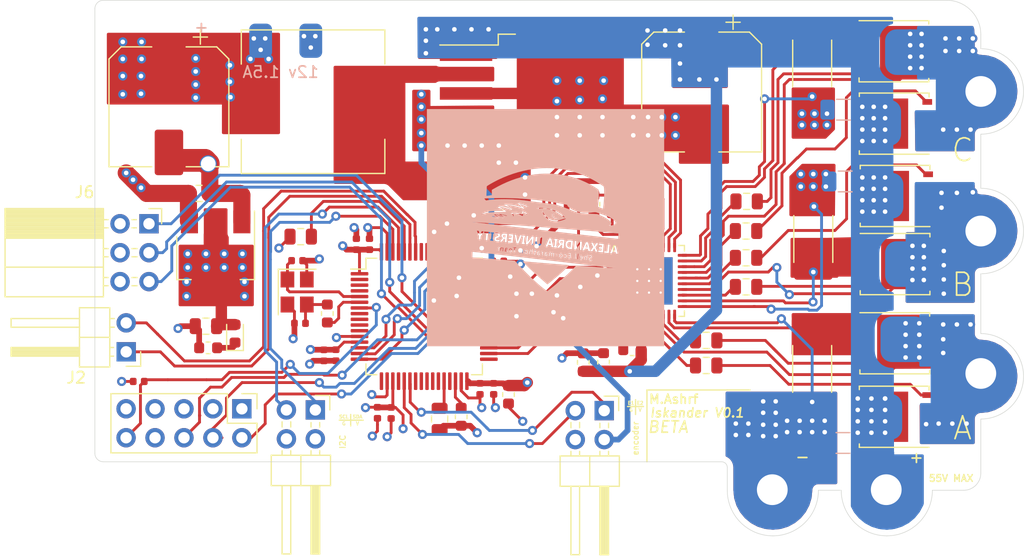
<source format=kicad_pcb>
(kicad_pcb (version 20171130) (host pcbnew "(5.1.6)-1")
  (layers (0 F.Cu signal) (1 GND power) (2 PWR power) (31 B.Cu signal) (34 B.Paste user) (35 F.Paste user) (36 B.SilkS user) (37 F.SilkS user) (38 B.Mask user) (39 F.Mask user) (44 Edge.Cuts user))
  (net 0 "")
  (net 1 SHA)
  (net 2 GHA)
  (net 3 SPA)
  (net 4 GLA)
  (net 5 CAL)
  (net 6 "Net-(U3-Pad26)")
  (net 7 GND)
  (net 8 +3V3)
  (net 9 +48V)
  (net 10 CPL)
  (net 11 CPH)
  (net 12 "Net-(U3-Pad40)")
  (net 13 "Net-(U3-Pad33)")
  (net 14 "Net-(U3-Pad27)")
  (net 15 SHB)
  (net 16 SPB)
  (net 17 GHB)
  (net 18 GLB)
  (net 19 SHC)
  (net 20 SPC)
  (net 21 GHC)
  (net 22 GLC)
  (net 23 "Net-(Q1-Pad4)")
  (net 24 "Net-(Q2-Pad4)")
  (net 25 "Net-(Q3-Pad4)")
  (net 26 "Net-(Q4-Pad4)")
  (net 27 "Net-(Q5-Pad4)")
  (net 28 "Net-(Q6-Pad4)")
  (net 29 "Net-(C17-Pad2)")
  (net 30 "Net-(C19-Pad1)")
  (net 31 HSE_IN)
  (net 32 "Net-(C21-Pad1)")
  (net 33 "Net-(D1-Pad1)")
  (net 34 "Net-(D2-Pad1)")
  (net 35 USART1_TX)
  (net 36 USART1_RX)
  (net 37 NRST)
  (net 38 "Net-(J5-Pad8)")
  (net 39 "Net-(J5-Pad7)")
  (net 40 SWO)
  (net 41 SWCLK)
  (net 42 SWDIO)
  (net 43 BOOT0)
  (net 44 BOOT1)
  (net 45 "Net-(R4-Pad2)")
  (net 46 HSE_OUT)
  (net 47 "Net-(U2-Pad40)")
  (net 48 "Net-(U2-Pad32)")
  (net 49 "Net-(U3-Pad57)")
  (net 50 "Net-(U3-Pad56)")
  (net 51 "Net-(U3-Pad54)")
  (net 52 "Net-(U3-Pad53)")
  (net 53 "Net-(U3-Pad52)")
  (net 54 "Net-(U3-Pad51)")
  (net 55 "Net-(U3-Pad50)")
  (net 56 "Net-(U3-Pad45)")
  (net 57 "Net-(U3-Pad44)")
  (net 58 TIM1_CH3)
  (net 59 TIM1_CH2)
  (net 60 TIM1_CH1)
  (net 61 TIM1_CH3N)
  (net 62 TIM1_CH2N)
  (net 63 TIM1_CH1N)
  (net 64 "Net-(U3-Pad25)")
  (net 65 "Net-(U3-Pad24)")
  (net 66 "Net-(U3-Pad23)")
  (net 67 "Net-(U3-Pad20)")
  (net 68 "Net-(U3-Pad17)")
  (net 69 SOC)
  (net 70 SOB)
  (net 71 SOA)
  (net 72 SC)
  (net 73 SPI2_MISO)
  (net 74 SPI2_MOSI)
  (net 75 "Net-(U3-Pad8)")
  (net 76 "Net-(U3-Pad4)")
  (net 77 "Net-(U3-Pad3)")
  (net 78 "Net-(U3-Pad2)")
  (net 79 "Net-(U2-Pad30)")
  (net 80 +12V)
  (net 81 DVDD)
  (net 82 "Net-(R15-Pad1)")
  (net 83 "Net-(R16-Pad1)")
  (net 84 "Net-(R17-Pad1)")
  (net 85 encoder_1)
  (net 86 encoder_2)
  (net 87 i2c1_SDA)
  (net 88 "Net-(U3-Pad29)")
  (net 89 i2c1_SCL)
  (net 90 H3)
  (net 91 H2)
  (net 92 H1)
  (net 93 "Net-(J6-Pad4)")
  (module TestPoint:lo (layer B.Cu) (at 120.8 62.2 180)
    (fp_text reference G*** hide)
    (fp_text value LOGO hide)
  )
  (module Package_QFP:LQFP-64_10x10mm_P0.5mm (layer F.Cu) (at 110.15 70)
    (fp_text reference U3)
    (fp_text value STM32F446RETx)
    (pad 64 smd roundrect (at -3.75 -5.675) (size 0.3 1.55) (layers F.Cu F.Paste F.Mask) (net 8 +3V3))
    (pad 63 smd roundrect (at -3.25 -5.675) (size 0.3 1.55) (layers F.Cu F.Paste F.Mask) (net 7 GND))
    (pad 62 smd roundrect (at -2.75 -5.675) (size 0.3 1.55) (layers F.Cu F.Paste F.Mask) (net 87 i2c1_SDA))
    (pad 61 smd roundrect (at -2.25 -5.675) (size 0.3 1.55) (layers F.Cu F.Paste F.Mask) (net 89 i2c1_SCL))
    (pad 60 smd roundrect (at -1.75 -5.675) (size 0.3 1.55) (layers F.Cu F.Paste F.Mask) (net 43 BOOT0))
    (pad 59 smd roundrect (at -1.25 -5.675) (size 0.3 1.55) (layers F.Cu F.Paste F.Mask) (net 36 USART1_RX))
    (pad 58 smd roundrect (at -0.75 -5.675) (size 0.3 1.55) (layers F.Cu F.Paste F.Mask) (net 35 USART1_TX))
    (pad 57 smd roundrect (at -0.25 -5.675) (size 0.3 1.55) (layers F.Cu F.Paste F.Mask) (net 49 "Net-(U3-Pad57)"))
    (pad 56 smd roundrect (at 0.25 -5.675) (size 0.3 1.55) (layers F.Cu F.Paste F.Mask) (net 50 "Net-(U3-Pad56)"))
    (pad 55 smd roundrect (at 0.75 -5.675) (size 0.3 1.55) (layers F.Cu F.Paste F.Mask) (net 40 SWO))
    (pad 54 smd roundrect (at 1.25 -5.675) (size 0.3 1.55) (layers F.Cu F.Paste F.Mask) (net 51 "Net-(U3-Pad54)"))
    (pad 53 smd roundrect (at 1.75 -5.675) (size 0.3 1.55) (layers F.Cu F.Paste F.Mask) (net 52 "Net-(U3-Pad53)"))
    (pad 52 smd roundrect (at 2.25 -5.675) (size 0.3 1.55) (layers F.Cu F.Paste F.Mask) (net 53 "Net-(U3-Pad52)"))
    (pad 51 smd roundrect (at 2.75 -5.675) (size 0.3 1.55) (layers F.Cu F.Paste F.Mask) (net 54 "Net-(U3-Pad51)"))
    (pad 50 smd roundrect (at 3.25 -5.675) (size 0.3 1.55) (layers F.Cu F.Paste F.Mask) (net 55 "Net-(U3-Pad50)"))
    (pad 49 smd roundrect (at 3.75 -5.675) (size 0.3 1.55) (layers F.Cu F.Paste F.Mask) (net 41 SWCLK))
    (pad 48 smd roundrect (at 5.675 -3.75) (size 1.55 0.3) (layers F.Cu F.Paste F.Mask) (net 8 +3V3))
    (pad 47 smd roundrect (at 5.675 -3.25) (size 1.55 0.3) (layers F.Cu F.Paste F.Mask) (net 7 GND))
    (pad 46 smd roundrect (at 5.675 -2.75) (size 1.55 0.3) (layers F.Cu F.Paste F.Mask) (net 42 SWDIO))
    (pad 45 smd roundrect (at 5.675 -2.25) (size 1.55 0.3) (layers F.Cu F.Paste F.Mask) (net 56 "Net-(U3-Pad45)"))
    (pad 44 smd roundrect (at 5.675 -1.75) (size 1.55 0.3) (layers F.Cu F.Paste F.Mask) (net 57 "Net-(U3-Pad44)"))
    (pad 43 smd roundrect (at 5.675 -1.25) (size 1.55 0.3) (layers F.Cu F.Paste F.Mask) (net 58 TIM1_CH3))
    (pad 42 smd roundrect (at 5.675 -0.75) (size 1.55 0.3) (layers F.Cu F.Paste F.Mask) (net 59 TIM1_CH2))
    (pad 41 smd roundrect (at 5.675 -0.25) (size 1.55 0.3) (layers F.Cu F.Paste F.Mask) (net 60 TIM1_CH1))
    (pad 40 smd roundrect (at 5.675 0.25) (size 1.55 0.3) (layers F.Cu F.Paste F.Mask) (net 12 "Net-(U3-Pad40)"))
    (pad 39 smd roundrect (at 5.675 0.75) (size 1.55 0.3) (layers F.Cu F.Paste F.Mask) (net 90 H3))
    (pad 38 smd roundrect (at 5.675 1.25) (size 1.55 0.3) (layers F.Cu F.Paste F.Mask) (net 91 H2))
    (pad 37 smd roundrect (at 5.675 1.75) (size 1.55 0.3) (layers F.Cu F.Paste F.Mask) (net 92 H1))
    (pad 36 smd roundrect (at 5.675 2.25) (size 1.55 0.3) (layers F.Cu F.Paste F.Mask) (net 61 TIM1_CH3N))
    (pad 35 smd roundrect (at 5.675 2.75) (size 1.55 0.3) (layers F.Cu F.Paste F.Mask) (net 62 TIM1_CH2N))
    (pad 34 smd roundrect (at 5.675 3.25) (size 1.55 0.3) (layers F.Cu F.Paste F.Mask) (net 63 TIM1_CH1N))
    (pad 33 smd roundrect (at 5.675 3.75) (size 1.55 0.3) (layers F.Cu F.Paste F.Mask) (net 13 "Net-(U3-Pad33)"))
    (pad 32 smd roundrect (at 3.75 5.675) (size 0.3 1.55) (layers F.Cu F.Paste F.Mask) (net 8 +3V3))
    (pad 31 smd roundrect (at 3.25 5.675) (size 0.3 1.55) (layers F.Cu F.Paste F.Mask) (net 7 GND))
    (pad 30 smd roundrect (at 2.75 5.675) (size 0.3 1.55) (layers F.Cu F.Paste F.Mask) (net 30 "Net-(C19-Pad1)"))
    (pad 29 smd roundrect (at 2.25 5.675) (size 0.3 1.55) (layers F.Cu F.Paste F.Mask) (net 88 "Net-(U3-Pad29)"))
    (pad 28 smd roundrect (at 1.75 5.675) (size 0.3 1.55) (layers F.Cu F.Paste F.Mask) (net 44 BOOT1))
    (pad 27 smd roundrect (at 1.25 5.675) (size 0.3 1.55) (layers F.Cu F.Paste F.Mask) (net 14 "Net-(U3-Pad27)"))
    (pad 26 smd roundrect (at 0.75 5.675) (size 0.3 1.55) (layers F.Cu F.Paste F.Mask) (net 6 "Net-(U3-Pad26)"))
    (pad 25 smd roundrect (at 0.25 5.675) (size 0.3 1.55) (layers F.Cu F.Paste F.Mask) (net 64 "Net-(U3-Pad25)"))
    (pad 24 smd roundrect (at -0.25 5.675) (size 0.3 1.55) (layers F.Cu F.Paste F.Mask) (net 65 "Net-(U3-Pad24)"))
    (pad 23 smd roundrect (at -0.75 5.675) (size 0.3 1.55) (layers F.Cu F.Paste F.Mask) (net 66 "Net-(U3-Pad23)"))
    (pad 22 smd roundrect (at -1.25 5.675) (size 0.3 1.55) (layers F.Cu F.Paste F.Mask) (net 86 encoder_2))
    (pad 21 smd roundrect (at -1.75 5.675) (size 0.3 1.55) (layers F.Cu F.Paste F.Mask) (net 85 encoder_1))
    (pad 20 smd roundrect (at -2.25 5.675) (size 0.3 1.55) (layers F.Cu F.Paste F.Mask) (net 67 "Net-(U3-Pad20)"))
    (pad 19 smd roundrect (at -2.75 5.675) (size 0.3 1.55) (layers F.Cu F.Paste F.Mask) (net 8 +3V3))
    (pad 18 smd roundrect (at -3.25 5.675) (size 0.3 1.55) (layers F.Cu F.Paste F.Mask) (net 7 GND))
    (pad 17 smd roundrect (at -3.75 5.675) (size 0.3 1.55) (layers F.Cu F.Paste F.Mask) (net 68 "Net-(U3-Pad17)"))
    (pad 16 smd roundrect (at -5.675 3.75) (size 1.55 0.3) (layers F.Cu F.Paste F.Mask) (net 69 SOC))
    (pad 15 smd roundrect (at -5.675 3.25) (size 1.55 0.3) (layers F.Cu F.Paste F.Mask) (net 70 SOB))
    (pad 14 smd roundrect (at -5.675 2.75) (size 1.55 0.3) (layers F.Cu F.Paste F.Mask) (net 71 SOA))
    (pad 13 smd roundrect (at -5.675 2.25) (size 1.55 0.3) (layers F.Cu F.Paste F.Mask) (net 8 +3V3))
    (pad 12 smd roundrect (at -5.675 1.75) (size 1.55 0.3) (layers F.Cu F.Paste F.Mask) (net 7 GND))
    (pad 11 smd roundrect (at -5.675 1.25) (size 1.55 0.3) (layers F.Cu F.Paste F.Mask) (net 72 SC))
    (pad 10 smd roundrect (at -5.675 0.75) (size 1.55 0.3) (layers F.Cu F.Paste F.Mask) (net 73 SPI2_MISO))
    (pad 9 smd roundrect (at -5.675 0.25) (size 1.55 0.3) (layers F.Cu F.Paste F.Mask) (net 74 SPI2_MOSI))
    (pad 8 smd roundrect (at -5.675 -0.25) (size 1.55 0.3) (layers F.Cu F.Paste F.Mask) (net 75 "Net-(U3-Pad8)"))
    (pad 7 smd roundrect (at -5.675 -0.75) (size 1.55 0.3) (layers F.Cu F.Paste F.Mask) (net 37 NRST))
    (pad 6 smd roundrect (at -5.675 -1.25) (size 1.55 0.3) (layers F.Cu F.Paste F.Mask) (net 46 HSE_OUT))
    (pad 5 smd roundrect (at -5.675 -1.75) (size 1.55 0.3) (layers F.Cu F.Paste F.Mask) (net 31 HSE_IN))
    (pad 4 smd roundrect (at -5.675 -2.25) (size 1.55 0.3) (layers F.Cu F.Paste F.Mask) (net 76 "Net-(U3-Pad4)"))
    (pad 3 smd roundrect (at -5.675 -2.75) (size 1.55 0.3) (layers F.Cu F.Paste F.Mask) (net 77 "Net-(U3-Pad3)"))
    (pad 2 smd roundrect (at -5.675 -3.25) (size 1.55 0.3) (layers F.Cu F.Paste F.Mask) (net 78 "Net-(U3-Pad2)"))
    (pad 1 smd roundrect (at -5.675 -3.75) (size 1.55 0.3) (layers F.Cu F.Paste F.Mask) (net 8 +3V3))
  )
  (module Connector_PinSocket_2.54mm:PinSocket_2x03_P2.54mm_Horizontal (layer F.Cu) (at 86 61.86)
    (fp_text reference J6 (at -5.65 -2.77) (layer F.SilkS))
    (fp_text value Hall_EFF)
    (pad 6 thru_hole oval (at -2.54 5.08) (size 1.7 1.7) (drill 1) (layers *.Cu *.Mask) (net 7 GND))
    (pad 5 thru_hole oval (at 0 5.08) (size 1.7 1.7) (drill 1) (layers *.Cu *.Mask) (net 92 H1))
    (pad 4 thru_hole oval (at -2.54 2.54) (size 1.7 1.7) (drill 1) (layers *.Cu *.Mask) (net 93 "Net-(J6-Pad4)"))
    (pad 3 thru_hole oval (at 0 2.54) (size 1.7 1.7) (drill 1) (layers *.Cu *.Mask) (net 91 H2))
    (pad 2 thru_hole oval (at -2.54 0) (size 1.7 1.7) (drill 1) (layers *.Cu *.Mask) (net 8 +3V3))
    (pad 1 thru_hole rect (at 0 0) (size 1.7 1.7) (drill 1) (layers *.Cu *.Mask) (net 90 H3))
  )
  (module Connector_Wire:SolderWirePad_1x01_SMD_1x2mm (layer B.Cu) (at 100.2 45.8)
    (fp_text reference J7)
    (fp_text value 12vgnd)
    (pad 1 smd roundrect (at 0 0) (size 2 3) (layers B.Cu B.Paste B.Mask) (net 7 GND))
  )
  (module Connector_Wire:SolderWirePad_1x01_SMD_1x2mm (layer B.Cu) (at 95.8 45.8)
    (fp_text reference J4)
    (fp_text value 12v)
    (pad 1 smd roundrect (at 0 0) (size 2 3) (layers B.Cu B.Paste B.Mask) (net 80 +12V))
  )
  (module Capacitor_SMD:C_1206_3216Metric (layer B.Cu) (at 146.95 51.85 180)
    (fp_text reference C26)
    (fp_text value "1u 100v")
    (pad 2 smd roundrect (at 1.4 0 180) (size 1.25 1.75) (layers B.Cu B.Paste B.Mask) (roundrect_rratio 0.2) (net 7 GND))
    (pad 1 smd roundrect (at -1.4 0 180) (size 1.25 1.75) (layers B.Cu B.Paste B.Mask) (roundrect_rratio 0.2) (net 9 +48V))
  )
  (module Capacitor_SMD:C_1206_3216Metric (layer B.Cu) (at 146.9 81.1 180)
    (fp_text reference C25)
    (fp_text value "1u 100v")
    (pad 2 smd roundrect (at 1.4 0 180) (size 1.25 1.75) (layers B.Cu B.Paste B.Mask) (roundrect_rratio 0.2) (net 7 GND))
    (pad 1 smd roundrect (at -1.4 0 180) (size 1.25 1.75) (layers B.Cu B.Paste B.Mask) (roundrect_rratio 0.2) (net 9 +48V))
  )
  (module Capacitor_SMD:C_1206_3216Metric (layer B.Cu) (at 147.1 58.15 180)
    (fp_text reference C24)
    (fp_text value "1u 100v")
    (pad 2 smd roundrect (at 1.4 0 180) (size 1.25 1.75) (layers B.Cu B.Paste B.Mask) (roundrect_rratio 0.2) (net 7 GND))
    (pad 1 smd roundrect (at -1.4 0 180) (size 1.25 1.75) (layers B.Cu B.Paste B.Mask) (roundrect_rratio 0.2) (net 9 +48V))
  )
  (module Package_TO_SOT_SMD:TDSON-8-1 (layer F.Cu) (at 151.375 46.725)
    (fp_text reference Q6)
    (fp_text value CSD19534Q5A)
    (pad 5 smd rect (at 1.05 0) (size 4.55 4.41) (layers F.Cu) (net 19 SHC))
    (pad 4 smd rect (at -2.9 1.905) (size 0.85 0.5) (layers F.Cu F.Paste F.Mask) (net 28 "Net-(Q6-Pad4)"))
    (pad 3 smd rect (at -2.9 0.635) (size 0.85 0.5) (layers F.Cu F.Paste F.Mask) (net 20 SPC))
    (pad 2 smd rect (at -2.9 -0.635) (size 0.85 0.5) (layers F.Cu F.Paste F.Mask) (net 20 SPC))
    (pad 1 smd rect (at -2.9 -1.905) (size 0.85 0.5) (layers F.Cu F.Paste F.Mask) (net 20 SPC))
  )
  (module Package_TO_SOT_SMD:TDSON-8-1 (layer F.Cu) (at 151.475 65.4)
    (fp_text reference Q5)
    (fp_text value CSD19534Q5A)
    (pad 5 smd rect (at 1.05 0) (size 4.55 4.41) (layers F.Cu) (net 15 SHB))
    (pad 4 smd rect (at -2.9 1.905) (size 0.85 0.5) (layers F.Cu F.Paste F.Mask) (net 27 "Net-(Q5-Pad4)"))
    (pad 3 smd rect (at -2.9 0.635) (size 0.85 0.5) (layers F.Cu F.Paste F.Mask) (net 16 SPB))
    (pad 2 smd rect (at -2.9 -0.635) (size 0.85 0.5) (layers F.Cu F.Paste F.Mask) (net 16 SPB))
    (pad 1 smd rect (at -2.9 -1.905) (size 0.85 0.5) (layers F.Cu F.Paste F.Mask) (net 16 SPB))
  )
  (module Package_TO_SOT_SMD:TDSON-8-1 (layer F.Cu) (at 151.45 72.35)
    (fp_text reference Q4)
    (fp_text value CSD19534Q5A)
    (pad 5 smd rect (at 1.05 0) (size 4.55 4.41) (layers F.Cu) (net 1 SHA))
    (pad 4 smd rect (at -2.9 1.905) (size 0.85 0.5) (layers F.Cu F.Paste F.Mask) (net 26 "Net-(Q4-Pad4)"))
    (pad 3 smd rect (at -2.9 0.635) (size 0.85 0.5) (layers F.Cu F.Paste F.Mask) (net 3 SPA))
    (pad 2 smd rect (at -2.9 -0.635) (size 0.85 0.5) (layers F.Cu F.Paste F.Mask) (net 3 SPA))
    (pad 1 smd rect (at -2.9 -1.905) (size 0.85 0.5) (layers F.Cu F.Paste F.Mask) (net 3 SPA))
  )
  (module Package_TO_SOT_SMD:TDSON-8-1 (layer F.Cu) (at 151.4 53.075 180)
    (fp_text reference Q3)
    (fp_text value CSD19534Q5A)
    (pad 5 smd rect (at 1.05 0 180) (size 4.55 4.41) (layers F.Cu) (net 9 +48V))
    (pad 4 smd rect (at -2.9 1.905 180) (size 0.85 0.5) (layers F.Cu F.Paste F.Mask) (net 25 "Net-(Q3-Pad4)"))
    (pad 3 smd rect (at -2.9 0.635 180) (size 0.85 0.5) (layers F.Cu F.Paste F.Mask) (net 19 SHC))
    (pad 2 smd rect (at -2.9 -0.635 180) (size 0.85 0.5) (layers F.Cu F.Paste F.Mask) (net 19 SHC))
    (pad 1 smd rect (at -2.9 -1.905 180) (size 0.85 0.5) (layers F.Cu F.Paste F.Mask) (net 19 SHC))
  )
  (module Package_TO_SOT_SMD:TDSON-8-1 (layer F.Cu) (at 151.475 59.425 180)
    (fp_text reference Q2)
    (fp_text value CSD19534Q5A)
    (pad 5 smd rect (at 1.05 0 180) (size 4.55 4.41) (layers F.Cu) (net 9 +48V))
    (pad 4 smd rect (at -2.9 1.905 180) (size 0.85 0.5) (layers F.Cu F.Paste F.Mask) (net 24 "Net-(Q2-Pad4)"))
    (pad 3 smd rect (at -2.9 0.635 180) (size 0.85 0.5) (layers F.Cu F.Paste F.Mask) (net 15 SHB))
    (pad 2 smd rect (at -2.9 -0.635 180) (size 0.85 0.5) (layers F.Cu F.Paste F.Mask) (net 15 SHB))
    (pad 1 smd rect (at -2.9 -1.905 180) (size 0.85 0.5) (layers F.Cu F.Paste F.Mask) (net 15 SHB))
  )
  (module Package_TO_SOT_SMD:TDSON-8-1 (layer F.Cu) (at 151.4 78.8 180)
    (fp_text reference Q1)
    (fp_text value CSD19534Q5A)
    (pad 5 smd rect (at 1.05 0 180) (size 4.55 4.41) (layers F.Cu) (net 9 +48V))
    (pad 4 smd rect (at -2.9 1.905 180) (size 0.85 0.5) (layers F.Cu F.Paste F.Mask) (net 23 "Net-(Q1-Pad4)"))
    (pad 3 smd rect (at -2.9 0.635 180) (size 0.85 0.5) (layers F.Cu F.Paste F.Mask) (net 1 SHA))
    (pad 2 smd rect (at -2.9 -0.635 180) (size 0.85 0.5) (layers F.Cu F.Paste F.Mask) (net 1 SHA))
    (pad 1 smd rect (at -2.9 -1.905 180) (size 0.85 0.5) (layers F.Cu F.Paste F.Mask) (net 1 SHA))
  )
  (module Connector_PinHeader_2.54mm:PinHeader_1x02_P2.54mm_Horizontal (layer F.Cu) (at 84 73.1 180)
    (fp_text reference J2 (at 4.385 -2.27) (layer F.SilkS))
    (fp_text value Conn_01x02)
    (pad 2 thru_hole oval (at 0 2.54 180) (size 1.7 1.7) (drill 1) (layers *.Cu *.Mask) (net 35 USART1_TX))
    (pad 1 thru_hole rect (at 0 0 180) (size 1.7 1.7) (drill 1) (layers *.Cu *.Mask) (net 36 USART1_RX))
  )
  (module Connector_PinHeader_2.54mm:PinHeader_2x05_P2.54mm_Vertical (layer F.Cu) (at 94.15 78.1 270)
    (fp_text reference J5)
    (fp_text value Conn_02x05_Odd_Even hide)
    (pad 10 thru_hole oval (at 2.54 10.16 270) (size 1.7 1.7) (drill 1) (layers *.Cu *.Mask) (net 37 NRST))
    (pad 9 thru_hole oval (at 0 10.16 270) (size 1.7 1.7) (drill 1) (layers *.Cu *.Mask) (net 7 GND))
    (pad 8 thru_hole oval (at 2.54 7.62 270) (size 1.7 1.7) (drill 1) (layers *.Cu *.Mask) (net 38 "Net-(J5-Pad8)"))
    (pad 7 thru_hole oval (at 0 7.62 270) (size 1.7 1.7) (drill 1) (layers *.Cu *.Mask) (net 39 "Net-(J5-Pad7)"))
    (pad 6 thru_hole oval (at 2.54 5.08 270) (size 1.7 1.7) (drill 1) (layers *.Cu *.Mask) (net 40 SWO))
    (pad 5 thru_hole oval (at 0 5.08 270) (size 1.7 1.7) (drill 1) (layers *.Cu *.Mask) (net 7 GND))
    (pad 4 thru_hole oval (at 2.54 2.54 270) (size 1.7 1.7) (drill 1) (layers *.Cu *.Mask) (net 41 SWCLK))
    (pad 3 thru_hole oval (at 0 2.54 270) (size 1.7 1.7) (drill 1) (layers *.Cu *.Mask) (net 7 GND))
    (pad 2 thru_hole oval (at 2.54 0 270) (size 1.7 1.7) (drill 1) (layers *.Cu *.Mask) (net 42 SWDIO))
    (pad 1 thru_hole rect (at 0 0 270) (size 1.7 1.7) (drill 1) (layers *.Cu *.Mask) (net 8 +3V3))
  )
  (module Connector_PinHeader_2.54mm:PinHeader_2x02_P2.54mm_Horizontal (layer F.Cu) (at 100.6 78.2 270)
    (fp_text reference J3)
    (fp_text value I2C)
    (pad 4 thru_hole oval (at 2.54 2.54 270) (size 1.7 1.7) (drill 1) (layers *.Cu *.Mask) (net 7 GND))
    (pad 3 thru_hole oval (at 0 2.54 270) (size 1.7 1.7) (drill 1) (layers *.Cu *.Mask) (net 89 i2c1_SCL))
    (pad 2 thru_hole oval (at 2.54 0 270) (size 1.7 1.7) (drill 1) (layers *.Cu *.Mask) (net 8 +3V3))
    (pad 1 thru_hole rect (at 0 0 270) (size 1.7 1.7) (drill 1) (layers *.Cu *.Mask) (net 87 i2c1_SDA))
  )
  (module Connector_PinHeader_2.54mm:PinHeader_2x02_P2.54mm_Horizontal (layer F.Cu) (at 125.95 78.26 270)
    (fp_text reference J1)
    (fp_text value encoder)
    (pad 4 thru_hole oval (at 2.54 2.54 270) (size 1.7 1.7) (drill 1) (layers *.Cu *.Mask) (net 7 GND))
    (pad 3 thru_hole oval (at 0 2.54 270) (size 1.7 1.7) (drill 1) (layers *.Cu *.Mask) (net 85 encoder_1))
    (pad 2 thru_hole oval (at 2.54 0 270) (size 1.7 1.7) (drill 1) (layers *.Cu *.Mask) (net 80 +12V))
    (pad 1 thru_hole rect (at 0 0 270) (size 1.7 1.7) (drill 1) (layers *.Cu *.Mask) (net 86 encoder_2))
  )
  (module MountingHole:MountingHole_2.7mm_Pad (layer F.Cu) (at 159 50.25)
    (fp_text reference H5)
    (fp_text value C)
    (pad 1 thru_hole circle (at 0 0) (size 5.4 5.4) (drill 2.7) (layers *.Cu *.Mask) (net 19 SHC))
  )
  (module MountingHole:MountingHole_2.7mm_Pad (layer F.Cu) (at 159 62.5)
    (fp_text reference H4)
    (fp_text value B)
    (pad 1 thru_hole circle (at 0 0) (size 5.4 5.4) (drill 2.7) (layers *.Cu *.Mask) (net 15 SHB))
  )
  (module MountingHole:MountingHole_2.7mm_Pad (layer F.Cu) (at 159 75)
    (fp_text reference H3)
    (fp_text value A)
    (pad 1 thru_hole circle (at 0 0) (size 5.4 5.4) (drill 2.7) (layers *.Cu *.Mask) (net 1 SHA))
  )
  (module MountingHole:MountingHole_2.7mm_Pad (layer F.Cu) (at 140.7 85.2)
    (fp_text reference H2)
    (fp_text value 48vgnd)
    (pad 1 thru_hole circle (at 0 0) (size 5.4 5.4) (drill 2.7) (layers *.Cu *.Mask) (net 7 GND))
  )
  (module MountingHole:MountingHole_2.7mm_Pad (layer F.Cu) (at 150.7 85.2)
    (fp_text reference H1)
    (fp_text value 48v)
    (pad 1 thru_hole circle (at 0 0) (size 5.4 5.4) (drill 2.7) (layers *.Cu *.Mask) (net 9 +48V))
  )
  (module Resistor_SMD:R_0805_2012Metric (layer F.Cu) (at 134.9 72.1)
    (fp_text reference R9)
    (fp_text value 5)
    (pad 2 smd roundrect (at 0.9375 0) (size 0.975 1.4) (layers F.Cu F.Paste F.Mask) (net 26 "Net-(Q4-Pad4)"))
    (pad 1 smd roundrect (at -0.9375 0) (size 0.975 1.4) (layers F.Cu F.Paste F.Mask) (net 4 GLA))
  )
  (module Package_DFN_QFN:QFN-40-1EP_6x6mm_P0.5mm_EP4.6x4.6mm_ThermalVias (layer F.Cu) (at 129.88 66.879216 90)
    (fp_text reference U2)
    (fp_text value DRV8323H)
    (pad 41 smd rect (at 0 0 90) (size 4.15 4.15) (layers B.Cu) (net 7 GND))
    (pad 41 thru_hole circle (at 1.025 1.025 90) (size 0.5 0.5) (drill 0.2) (layers *.Cu) (net 7 GND))
    (pad 41 thru_hole circle (at 0 1.025 90) (size 0.5 0.5) (drill 0.2) (layers *.Cu) (net 7 GND))
    (pad 41 thru_hole circle (at -1.025 1.025 90) (size 0.5 0.5) (drill 0.2) (layers *.Cu) (net 7 GND))
    (pad 41 thru_hole circle (at 1.025 0 90) (size 0.5 0.5) (drill 0.2) (layers *.Cu) (net 7 GND))
    (pad 41 thru_hole circle (at 0 0 90) (size 0.5 0.5) (drill 0.2) (layers *.Cu) (net 7 GND))
    (pad 41 thru_hole circle (at -1.025 0 90) (size 0.5 0.5) (drill 0.2) (layers *.Cu) (net 7 GND))
    (pad 41 thru_hole circle (at 1.025 -1.025 90) (size 0.5 0.5) (drill 0.2) (layers *.Cu) (net 7 GND))
    (pad 41 thru_hole circle (at 0 -1.025 90) (size 0.5 0.5) (drill 0.2) (layers *.Cu) (net 7 GND))
    (pad 41 thru_hole circle (at -1.025 -1.025 90) (size 0.5 0.5) (drill 0.2) (layers *.Cu) (net 7 GND))
    (pad 41 smd rect (at 0 0 90) (size 4.15 4.15) (layers F.Cu F.Mask) (net 7 GND))
    (pad 40 smd roundrect (at -2.25 -2.9375 90) (size 0.25 0.825) (layers F.Cu F.Paste F.Mask) (net 47 "Net-(U2-Pad40)"))
    (pad 39 smd roundrect (at -1.75 -2.9375 90) (size 0.25 0.825) (layers F.Cu F.Paste F.Mask) (net 61 TIM1_CH3N))
    (pad 38 smd roundrect (at -1.25 -2.9375 90) (size 0.25 0.825) (layers F.Cu F.Paste F.Mask) (net 58 TIM1_CH3))
    (pad 37 smd roundrect (at -0.75 -2.9375 90) (size 0.25 0.825) (layers F.Cu F.Paste F.Mask) (net 62 TIM1_CH2N))
    (pad 36 smd roundrect (at -0.25 -2.9375 90) (size 0.25 0.825) (layers F.Cu F.Paste F.Mask) (net 59 TIM1_CH2))
    (pad 35 smd roundrect (at 0.25 -2.9375 90) (size 0.25 0.825) (layers F.Cu F.Paste F.Mask) (net 63 TIM1_CH1N))
    (pad 34 smd roundrect (at 0.75 -2.9375 90) (size 0.25 0.825) (layers F.Cu F.Paste F.Mask) (net 60 TIM1_CH1))
    (pad 33 smd roundrect (at 1.25 -2.9375 90) (size 0.25 0.825) (layers F.Cu F.Paste F.Mask) (net 81 DVDD))
    (pad 32 smd roundrect (at 1.75 -2.9375 90) (size 0.25 0.825) (layers F.Cu F.Paste F.Mask) (net 48 "Net-(U2-Pad32)"))
    (pad 31 smd roundrect (at 2.25 -2.9375 90) (size 0.25 0.825) (layers F.Cu F.Paste F.Mask) (net 5 CAL))
    (pad 30 smd roundrect (at 2.9375 -2.25 90) (size 0.825 0.25) (layers F.Cu F.Paste F.Mask) (net 79 "Net-(U2-Pad30)"))
    (pad 29 smd roundrect (at 2.9375 -1.75 90) (size 0.825 0.25) (layers F.Cu F.Paste F.Mask) (net 84 "Net-(R17-Pad1)"))
    (pad 28 smd roundrect (at 2.9375 -1.25 90) (size 0.825 0.25) (layers F.Cu F.Paste F.Mask) (net 83 "Net-(R16-Pad1)"))
    (pad 27 smd roundrect (at 2.9375 -0.75 90) (size 0.825 0.25) (layers F.Cu F.Paste F.Mask) (net 81 DVDD))
    (pad 26 smd roundrect (at 2.9375 -0.25 90) (size 0.825 0.25) (layers F.Cu F.Paste F.Mask) (net 82 "Net-(R15-Pad1)"))
    (pad 25 smd roundrect (at 2.9375 0.25 90) (size 0.825 0.25) (layers F.Cu F.Paste F.Mask) (net 45 "Net-(R4-Pad2)"))
    (pad 24 smd roundrect (at 2.9375 0.75 90) (size 0.825 0.25) (layers F.Cu F.Paste F.Mask) (net 8 +3V3))
    (pad 23 smd roundrect (at 2.9375 1.25 90) (size 0.825 0.25) (layers F.Cu F.Paste F.Mask) (net 71 SOA))
    (pad 22 smd roundrect (at 2.9375 1.75 90) (size 0.825 0.25) (layers F.Cu F.Paste F.Mask) (net 70 SOB))
    (pad 21 smd roundrect (at 2.9375 2.25 90) (size 0.825 0.25) (layers F.Cu F.Paste F.Mask) (net 69 SOC))
    (pad 20 smd roundrect (at 2.25 2.9375 90) (size 0.25 0.825) (layers F.Cu F.Paste F.Mask) (net 7 GND))
    (pad 19 smd roundrect (at 1.75 2.9375 90) (size 0.25 0.825) (layers F.Cu F.Paste F.Mask) (net 20 SPC))
    (pad 18 smd roundrect (at 1.25 2.9375 90) (size 0.25 0.825) (layers F.Cu F.Paste F.Mask) (net 22 GLC))
    (pad 17 smd roundrect (at 0.75 2.9375 90) (size 0.25 0.825) (layers F.Cu F.Paste F.Mask) (net 19 SHC))
    (pad 16 smd roundrect (at 0.25 2.9375 90) (size 0.25 0.825) (layers F.Cu F.Paste F.Mask) (net 21 GHC))
    (pad 15 smd roundrect (at -0.25 2.9375 90) (size 0.25 0.825) (layers F.Cu F.Paste F.Mask) (net 17 GHB))
    (pad 14 smd roundrect (at -0.75 2.9375 90) (size 0.25 0.825) (layers F.Cu F.Paste F.Mask) (net 15 SHB))
    (pad 13 smd roundrect (at -1.25 2.9375 90) (size 0.25 0.825) (layers F.Cu F.Paste F.Mask) (net 18 GLB))
    (pad 12 smd roundrect (at -1.75 2.9375 90) (size 0.25 0.825) (layers F.Cu F.Paste F.Mask) (net 16 SPB))
    (pad 11 smd roundrect (at -2.25 2.9375 90) (size 0.25 0.825) (layers F.Cu F.Paste F.Mask) (net 7 GND))
    (pad 10 smd roundrect (at -2.9375 2.25 90) (size 0.825 0.25) (layers F.Cu F.Paste F.Mask) (net 7 GND))
    (pad 9 smd roundrect (at -2.9375 1.75 90) (size 0.825 0.25) (layers F.Cu F.Paste F.Mask) (net 3 SPA))
    (pad 8 smd roundrect (at -2.9375 1.25 90) (size 0.825 0.25) (layers F.Cu F.Paste F.Mask) (net 4 GLA))
    (pad 7 smd roundrect (at -2.9375 0.75 90) (size 0.825 0.25) (layers F.Cu F.Paste F.Mask) (net 1 SHA))
    (pad 6 smd roundrect (at -2.9375 0.25 90) (size 0.825 0.25) (layers F.Cu F.Paste F.Mask) (net 2 GHA))
    (pad 5 smd roundrect (at -2.9375 -0.25 90) (size 0.825 0.25) (layers F.Cu F.Paste F.Mask) (net 9 +48V))
    (pad 4 smd roundrect (at -2.9375 -0.75 90) (size 0.825 0.25) (layers F.Cu F.Paste F.Mask) (net 9 +48V))
    (pad 3 smd roundrect (at -2.9375 -1.25 90) (size 0.825 0.25) (layers F.Cu F.Paste F.Mask) (net 29 "Net-(C17-Pad2)"))
    (pad 2 smd roundrect (at -2.9375 -1.75 90) (size 0.825 0.25) (layers F.Cu F.Paste F.Mask) (net 11 CPH))
    (pad 1 smd roundrect (at -2.9375 -2.25 90) (size 0.825 0.25) (layers F.Cu F.Paste F.Mask) (net 10 CPL))
  )
  (module Capacitor_SMD:C_0402_1005Metric (layer F.Cu) (at 85.1 75.7 180)
    (fp_text reference C23)
    (fp_text value 100nf)
    (pad 2 smd roundrect (at 0.485 0 180) (size 0.59 0.64) (layers F.Cu F.Paste F.Mask) (net 7 GND))
    (pad 1 smd roundrect (at -0.485 0 180) (size 0.59 0.64) (layers F.Cu F.Paste F.Mask) (net 37 NRST))
  )
  (module Capacitor_SMD:C_0402_1005Metric (layer F.Cu) (at 101.35 73.41 270)
    (fp_text reference C22)
    (fp_text value 100nf)
    (pad 2 smd roundrect (at 0.485 0 270) (size 0.59 0.64) (layers F.Cu F.Paste F.Mask) (net 7 GND))
    (pad 1 smd roundrect (at -0.485 0 270) (size 0.59 0.64) (layers F.Cu F.Paste F.Mask) (net 8 +3V3))
  )
  (module Resistor_SMD:R_0603_1608Metric (layer F.Cu) (at 125.05 60.15 90)
    (fp_text reference R17)
    (fp_text value 1M)
    (pad 2 smd roundrect (at 0.7875 0 90) (size 0.875 0.95) (layers F.Cu F.Paste F.Mask) (net 81 DVDD))
    (pad 1 smd roundrect (at -0.7875 0 90) (size 0.875 0.95) (layers F.Cu F.Paste F.Mask) (net 84 "Net-(R17-Pad1)"))
  )
  (module Resistor_SMD:R_0603_1608Metric (layer F.Cu) (at 126.65 60.15 90)
    (fp_text reference R16)
    (fp_text value 1M)
    (pad 2 smd roundrect (at 0.7875 0 90) (size 0.875 0.95) (layers F.Cu F.Paste F.Mask) (net 81 DVDD))
    (pad 1 smd roundrect (at -0.7875 0 90) (size 0.875 0.95) (layers F.Cu F.Paste F.Mask) (net 83 "Net-(R16-Pad1)"))
  )
  (module Resistor_SMD:R_0603_1608Metric (layer F.Cu) (at 128.4 60.15 90)
    (fp_text reference R15)
    (fp_text value 18k)
    (pad 2 smd roundrect (at 0.7875 0 90) (size 0.875 0.95) (layers F.Cu F.Paste F.Mask) (net 81 DVDD))
    (pad 1 smd roundrect (at -0.7875 0 90) (size 0.875 0.95) (layers F.Cu F.Paste F.Mask) (net 82 "Net-(R15-Pad1)"))
  )
  (module Package_TO_SOT_SMD:TO-263-5_TabPin3 (layer F.Cu) (at 119.6 50.425)
    (fp_text reference U4)
    (fp_text value LM2576HVS-12)
    (pad 3 smd rect (at 3.375 0) (size 9.4 10.8) (layers F.Cu F.Mask) (net 7 GND))
    (pad 5 smd rect (at -5.775 3.4) (size 4.6 1.1) (layers F.Cu F.Paste F.Mask) (net 7 GND))
    (pad 4 smd rect (at -5.775 1.7) (size 4.6 1.1) (layers F.Cu F.Paste F.Mask) (net 80 +12V))
    (pad 3 smd rect (at -5.775 0) (size 4.6 1.1) (layers F.Cu F.Paste F.Mask) (net 7 GND))
    (pad 2 smd rect (at -5.775 -1.7) (size 4.6 1.1) (layers F.Cu F.Paste F.Mask) (net 33 "Net-(D1-Pad1)"))
    (pad 1 smd rect (at -5.775 -3.4) (size 4.6 1.1) (layers F.Cu F.Paste F.Mask) (net 9 +48V))
  )
  (module Package_TO_SOT_SMD:SOT-223-3_TabPin2 (layer F.Cu) (at 91.85 64.85 270)
    (fp_text reference U1)
    (fp_text value AMS1117-3.3)
    (pad 1 smd rect (at -3.15 -2.3 270) (size 2 1.5) (layers F.Cu F.Paste F.Mask) (net 7 GND))
    (pad 3 smd rect (at -3.15 2.3 270) (size 2 1.5) (layers F.Cu F.Paste F.Mask) (net 80 +12V))
    (pad 2 smd rect (at -3.15 0 270) (size 2 1.5) (layers F.Cu F.Paste F.Mask) (net 8 +3V3))
    (pad 2 smd rect (at 3.15 0 270) (size 2 3.8) (layers F.Cu F.Paste F.Mask) (net 8 +3V3))
  )
  (module Capacitor_SMD:C_0603_1608Metric (layer F.Cu) (at 124.114 74.0235 90)
    (fp_text reference C16)
    (fp_text value 100n)
    (pad 2 smd roundrect (at 0.7875 0 90) (size 0.875 0.95) (layers F.Cu F.Paste F.Mask) (net 7 GND))
    (pad 1 smd roundrect (at -0.7875 0 90) (size 0.875 0.95) (layers F.Cu F.Paste F.Mask) (net 9 +48V))
  )
  (module Resistor_SMD:R_0603_1608Metric (layer F.Cu) (at 101.65 69.7375 90)
    (fp_text reference R5)
    (fp_text value 220)
    (pad 2 smd roundrect (at 0.7875 0 90) (size 0.875 0.95) (layers F.Cu F.Paste F.Mask) (net 32 "Net-(C21-Pad1)"))
    (pad 1 smd roundrect (at -0.7875 0 90) (size 0.875 0.95) (layers F.Cu F.Paste F.Mask) (net 46 HSE_OUT))
  )
  (module Inductor_SMD:L_12x12mm_H4.5mm (layer F.Cu) (at 100.4 51.15 180)
    (fp_text reference L1)
    (fp_text value SWRB120)
    (pad 2 smd rect (at 4.95 0 180) (size 2.9 5.4) (layers F.Cu F.Paste F.Mask) (net 80 +12V))
    (pad 1 smd rect (at -4.95 0 180) (size 2.9 5.4) (layers F.Cu F.Paste F.Mask) (net 33 "Net-(D1-Pad1)"))
  )
  (module Diode_SMD:D_SMB (layer F.Cu) (at 114.91 58.5)
    (fp_text reference D1)
    (fp_text value FR2M)
    (pad 2 smd rect (at 2.15 0) (size 2.5 2.3) (layers F.Cu F.Paste F.Mask) (net 7 GND))
    (pad 1 smd rect (at -2.15 0) (size 2.5 2.3) (layers F.Cu F.Paste F.Mask) (net 33 "Net-(D1-Pad1)"))
  )
  (module Capacitor_SMD:CP_Elec_10x10 (layer F.Cu) (at 87.75 51.6 270)
    (fp_text reference C14)
    (fp_text value "1000u 25v")
    (pad 2 smd roundrect (at 4 0 270) (size 4 2.5) (layers F.Cu F.Paste F.Mask) (roundrect_rratio 0.1) (net 7 GND))
    (pad 1 smd roundrect (at -4 0 270) (size 4 2.5) (layers F.Cu F.Paste F.Mask) (roundrect_rratio 0.1) (net 80 +12V))
  )
  (module Capacitor_SMD:CP_Elec_10x10 (layer F.Cu) (at 134.5 50.3 270)
    (fp_text reference C13)
    (fp_text value "100u 100v")
    (pad 2 smd roundrect (at 4 0 270) (size 4 2.5) (layers F.Cu F.Paste F.Mask) (roundrect_rratio 0.1) (net 7 GND))
    (pad 1 smd roundrect (at -4 0 270) (size 4 2.5) (layers F.Cu F.Paste F.Mask) (roundrect_rratio 0.1) (net 9 +48V))
  )
  (module Resistor_SMD:R_0805_2012Metric (layer F.Cu) (at 111.506 78.994 270)
    (fp_text reference R3)
    (fp_text value 10k)
    (pad 2 smd roundrect (at 0.9375 0 270) (size 0.975 1.4) (layers F.Cu F.Paste F.Mask) (net 7 GND))
    (pad 1 smd roundrect (at -0.9375 0 270) (size 0.975 1.4) (layers F.Cu F.Paste F.Mask) (net 44 BOOT1))
  )
  (module Resistor_SMD:R_0805_2012Metric (layer F.Cu) (at 99.314 62.992 180)
    (fp_text reference R2)
    (fp_text value 10k)
    (pad 2 smd roundrect (at 0.9375 0 180) (size 0.975 1.4) (layers F.Cu F.Paste F.Mask) (net 7 GND))
    (pad 1 smd roundrect (at -0.9375 0 180) (size 0.975 1.4) (layers F.Cu F.Paste F.Mask) (net 43 BOOT0))
  )
  (module Resistor_SMD:R_0603_1608Metric (layer F.Cu) (at 91.19 72.75 180)
    (fp_text reference R1)
    (fp_text value 1k)
    (pad 2 smd roundrect (at 0.7875 0 180) (size 0.875 0.95) (layers F.Cu F.Paste F.Mask) (net 7 GND))
    (pad 1 smd roundrect (at -0.7875 0 180) (size 0.875 0.95) (layers F.Cu F.Paste F.Mask) (net 34 "Net-(D2-Pad1)"))
  )
  (module Crystal:Crystal_SMD_3225-4Pin_3.2x2.5mm (layer F.Cu) (at 99 67.85 270)
    (fp_text reference HSE1)
    (fp_text value 16MHz)
    (pad 4 smd rect (at -1.1 -0.85 270) (size 1.4 1.2) (layers F.Cu F.Paste F.Mask) (net 7 GND))
    (pad 3 smd rect (at 1.1 -0.85 270) (size 1.4 1.2) (layers F.Cu F.Paste F.Mask) (net 32 "Net-(C21-Pad1)"))
    (pad 2 smd rect (at 1.1 0.85 270) (size 1.4 1.2) (layers F.Cu F.Paste F.Mask) (net 7 GND))
    (pad 1 smd rect (at -1.1 0.85 270) (size 1.4 1.2) (layers F.Cu F.Paste F.Mask) (net 31 HSE_IN))
  )
  (module LED_SMD:LED_0603_1608Metric (layer F.Cu) (at 93.55 71.5 90)
    (fp_text reference D2)
    (fp_text value Red)
    (pad 2 smd roundrect (at 0.7875 0 90) (size 0.875 0.95) (layers F.Cu F.Paste F.Mask) (net 8 +3V3))
    (pad 1 smd roundrect (at -0.7875 0 90) (size 0.875 0.95) (layers F.Cu F.Paste F.Mask) (net 34 "Net-(D2-Pad1)"))
  )
  (module Capacitor_SMD:C_0402_1005Metric (layer F.Cu) (at 99.25 70.6 180)
    (fp_text reference C21)
    (fp_text value 12p)
    (pad 2 smd roundrect (at 0.485 0 180) (size 0.59 0.64) (layers F.Cu F.Paste F.Mask) (net 7 GND))
    (pad 1 smd roundrect (at -0.485 0 180) (size 0.59 0.64) (layers F.Cu F.Paste F.Mask) (net 32 "Net-(C21-Pad1)"))
  )
  (module Capacitor_SMD:C_0402_1005Metric (layer F.Cu) (at 99 65.1)
    (fp_text reference C20)
    (fp_text value 12p)
    (pad 2 smd roundrect (at 0.485 0) (size 0.59 0.64) (layers F.Cu F.Paste F.Mask) (net 7 GND))
    (pad 1 smd roundrect (at -0.485 0) (size 0.59 0.64) (layers F.Cu F.Paste F.Mask) (net 31 HSE_IN))
  )
  (module Capacitor_SMD:C_0603_1608Metric (layer F.Cu) (at 113.4 78.8 270)
    (fp_text reference C19)
    (fp_text value 2.2u)
    (pad 2 smd roundrect (at 0.7875 0 270) (size 0.875 0.95) (layers F.Cu F.Paste F.Mask) (net 7 GND))
    (pad 1 smd roundrect (at -0.7875 0 270) (size 0.875 0.95) (layers F.Cu F.Paste F.Mask) (net 30 "Net-(C19-Pad1)"))
  )
  (module Capacitor_SMD:C_0402_1005Metric (layer F.Cu) (at 107.25 78.465 270)
    (fp_text reference C12)
    (fp_text value 100nf)
    (pad 2 smd roundrect (at 0.485 0 270) (size 0.59 0.64) (layers F.Cu F.Paste F.Mask) (net 7 GND))
    (pad 1 smd roundrect (at -0.485 0 270) (size 0.59 0.64) (layers F.Cu F.Paste F.Mask) (net 8 +3V3))
  )
  (module Capacitor_SMD:C_0402_1005Metric (layer F.Cu) (at 106.05 78.45 270)
    (fp_text reference C11)
    (fp_text value 100nf)
    (pad 2 smd roundrect (at 0.485 0 270) (size 0.59 0.64) (layers F.Cu F.Paste F.Mask) (net 7 GND))
    (pad 1 smd roundrect (at -0.485 0 270) (size 0.59 0.64) (layers F.Cu F.Paste F.Mask) (net 8 +3V3))
  )
  (module Capacitor_SMD:C_0402_1005Metric (layer F.Cu) (at 115.05 76.35 270)
    (fp_text reference C10)
    (fp_text value 100nf)
    (pad 2 smd roundrect (at 0.485 0 270) (size 0.59 0.64) (layers F.Cu F.Paste F.Mask) (net 7 GND))
    (pad 1 smd roundrect (at -0.485 0 270) (size 0.59 0.64) (layers F.Cu F.Paste F.Mask) (net 8 +3V3))
  )
  (module Capacitor_SMD:C_0402_1005Metric (layer F.Cu) (at 116.25 76.35 270)
    (fp_text reference C9)
    (fp_text value 100nf)
    (pad 2 smd roundrect (at 0.485 0 270) (size 0.59 0.64) (layers F.Cu F.Paste F.Mask) (net 7 GND))
    (pad 1 smd roundrect (at -0.485 0 270) (size 0.59 0.64) (layers F.Cu F.Paste F.Mask) (net 8 +3V3))
  )
  (module Capacitor_SMD:C_0402_1005Metric (layer F.Cu) (at 116.65 65.15)
    (fp_text reference C8)
    (fp_text value 100nf)
    (pad 2 smd roundrect (at 0.485 0) (size 0.59 0.64) (layers F.Cu F.Paste F.Mask) (net 7 GND))
    (pad 1 smd roundrect (at -0.485 0) (size 0.59 0.64) (layers F.Cu F.Paste F.Mask) (net 8 +3V3))
  )
  (module Capacitor_SMD:C_0402_1005Metric (layer F.Cu) (at 116.65 64.05)
    (fp_text reference C7)
    (fp_text value 100nf)
    (pad 2 smd roundrect (at 0.485 0) (size 0.59 0.64) (layers F.Cu F.Paste F.Mask) (net 7 GND))
    (pad 1 smd roundrect (at -0.485 0) (size 0.59 0.64) (layers F.Cu F.Paste F.Mask) (net 8 +3V3))
  )
  (module Capacitor_SMD:C_0402_1005Metric (layer F.Cu) (at 105.35 63.65 90)
    (fp_text reference C6)
    (fp_text value 100nf)
    (pad 2 smd roundrect (at 0.485 0 90) (size 0.59 0.64) (layers F.Cu F.Paste F.Mask) (net 7 GND))
    (pad 1 smd roundrect (at -0.485 0 90) (size 0.59 0.64) (layers F.Cu F.Paste F.Mask) (net 8 +3V3))
  )
  (module Capacitor_SMD:C_0402_1005Metric (layer F.Cu) (at 104.2 63.65 90)
    (fp_text reference C5)
    (fp_text value 100nf)
    (pad 2 smd roundrect (at 0.485 0 90) (size 0.59 0.64) (layers F.Cu F.Paste F.Mask) (net 7 GND))
    (pad 1 smd roundrect (at -0.485 0 90) (size 0.59 0.64) (layers F.Cu F.Paste F.Mask) (net 8 +3V3))
  )
  (module Capacitor_SMD:C_0402_1005Metric (layer F.Cu) (at 102.4 73.4 270)
    (fp_text reference C4)
    (fp_text value 100nf)
    (pad 2 smd roundrect (at 0.485 0 270) (size 0.59 0.64) (layers F.Cu F.Paste F.Mask) (net 7 GND))
    (pad 1 smd roundrect (at -0.485 0 270) (size 0.59 0.64) (layers F.Cu F.Paste F.Mask) (net 8 +3V3))
  )
  (module Capacitor_SMD:C_0603_1608Metric (layer F.Cu) (at 117.55 76.85 270)
    (fp_text reference C3)
    (fp_text value 10u)
    (pad 2 smd roundrect (at 0.7875 0 270) (size 0.875 0.95) (layers F.Cu F.Paste F.Mask) (net 7 GND))
    (pad 1 smd roundrect (at -0.7875 0 270) (size 0.875 0.95) (layers F.Cu F.Paste F.Mask) (net 8 +3V3))
  )
  (module Capacitor_SMD:C_0805_2012Metric (layer F.Cu) (at 91 70.85 180)
    (fp_text reference C2)
    (fp_text value 10u)
    (pad 2 smd roundrect (at 0.9375 0 180) (size 0.975 1.4) (layers F.Cu F.Paste F.Mask) (net 7 GND))
    (pad 1 smd roundrect (at -0.9375 0 180) (size 0.975 1.4) (layers F.Cu F.Paste F.Mask) (net 8 +3V3))
  )
  (module Capacitor_SMD:C_0805_2012Metric (layer F.Cu) (at 90.4 59.2)
    (fp_text reference C1)
    (fp_text value 10u)
    (pad 2 smd roundrect (at 0.9375 0) (size 0.975 1.4) (layers F.Cu F.Paste F.Mask) (net 7 GND))
    (pad 1 smd roundrect (at -0.9375 0) (size 0.975 1.4) (layers F.Cu F.Paste F.Mask) (net 80 +12V))
  )
  (module Connector_Wire:SolderWirePad_1x01_SMD_1x2mm (layer B.Cu) (at 152.6 46.8)
    (fp_text reference J14)
    (fp_text value pd)
    (pad 1 smd roundrect (at 0 0) (size 4 4) (layers B.Cu B.Paste B.Mask) (net 19 SHC))
  )
  (module Connector_Wire:SolderWirePad_1x01_SMD_1x2mm (layer B.Cu) (at 152.6 65.4)
    (fp_text reference J13)
    (fp_text value pd)
    (pad 1 smd roundrect (at 0 0) (size 4 4) (layers B.Cu B.Paste B.Mask) (net 15 SHB))
  )
  (module Connector_Wire:SolderWirePad_1x01_SMD_1x2mm (layer B.Cu) (at 152.2 72)
    (fp_text reference J12)
    (fp_text value pd)
    (pad 1 smd roundrect (at 0 0) (size 4 4) (layers B.Cu B.Paste B.Mask) (net 1 SHA))
  )
  (module Connector_Wire:SolderWirePad_1x01_SMD_1x2mm (layer B.Cu) (at 150 53)
    (fp_text reference J11)
    (fp_text value pd)
    (pad 1 smd roundrect (at 0 0) (size 4 4) (layers B.Cu B.Paste B.Mask) (net 9 +48V))
  )
  (module Connector_Wire:SolderWirePad_1x01_SMD_1x2mm (layer B.Cu) (at 150.1 78.8 90)
    (fp_text reference J10)
    (fp_text value pd)
    (pad 1 smd roundrect (at 0 0 90) (size 4 4) (layers B.Cu B.Paste B.Mask) (net 9 +48V))
  )
  (module Connector_Wire:SolderWirePad_1x01_SMD_1x2mm (layer B.Cu) (at 150.2 59.4)
    (fp_text reference J9)
    (fp_text value pd)
    (pad 1 smd roundrect (at 0 0) (size 4 4) (layers B.Cu B.Paste B.Mask) (net 9 +48V))
  )
  (module Resistor_SMD:R_2512_6332Metric (layer F.Cu) (at 144.2 47.8 270)
    (fp_text reference R14)
    (fp_text value 5m)
    (pad 2 smd roundrect (at 2.9 0 270) (size 1.35 3.35) (layers F.Cu F.Paste F.Mask) (roundrect_rratio 0.185185) (net 7 GND))
    (pad 1 smd roundrect (at -2.9 0 270) (size 1.35 3.35) (layers F.Cu F.Paste F.Mask) (roundrect_rratio 0.185185) (net 20 SPC))
  )
  (module Resistor_SMD:R_2512_6332Metric (layer F.Cu) (at 144.3 63.2 90)
    (fp_text reference R13)
    (fp_text value 5m)
    (pad 2 smd roundrect (at 2.9 0 90) (size 1.35 3.35) (layers F.Cu F.Paste F.Mask) (roundrect_rratio 0.185185) (net 7 GND))
    (pad 1 smd roundrect (at -2.9 0 90) (size 1.35 3.35) (layers F.Cu F.Paste F.Mask) (roundrect_rratio 0.185185) (net 16 SPB))
  )
  (module Resistor_SMD:R_0805_2012Metric (layer F.Cu) (at 138.45 59.9)
    (fp_text reference R11)
    (fp_text value 5)
    (pad 2 smd roundrect (at 0.9375 0) (size 0.975 1.4) (layers F.Cu F.Paste F.Mask) (net 28 "Net-(Q6-Pad4)"))
    (pad 1 smd roundrect (at -0.9375 0) (size 0.975 1.4) (layers F.Cu F.Paste F.Mask) (net 22 GLC))
  )
  (module Resistor_SMD:R_0805_2012Metric (layer F.Cu) (at 138.4 67.4)
    (fp_text reference R10)
    (fp_text value 5)
    (pad 2 smd roundrect (at 0.9375 0) (size 0.975 1.4) (layers F.Cu F.Paste F.Mask) (net 27 "Net-(Q5-Pad4)"))
    (pad 1 smd roundrect (at -0.9375 0) (size 0.975 1.4) (layers F.Cu F.Paste F.Mask) (net 18 GLB))
  )
  (module Resistor_SMD:R_0805_2012Metric (layer F.Cu) (at 138.4 62.5)
    (fp_text reference R8)
    (fp_text value 5)
    (pad 2 smd roundrect (at 0.9375 0) (size 0.975 1.4) (layers F.Cu F.Paste F.Mask) (net 25 "Net-(Q3-Pad4)"))
    (pad 1 smd roundrect (at -0.9375 0) (size 0.975 1.4) (layers F.Cu F.Paste F.Mask) (net 21 GHC))
  )
  (module Resistor_SMD:R_0805_2012Metric (layer F.Cu) (at 138.4 64.85)
    (fp_text reference R7)
    (fp_text value 5)
    (pad 2 smd roundrect (at 0.9375 0) (size 0.975 1.4) (layers F.Cu F.Paste F.Mask) (net 24 "Net-(Q2-Pad4)"))
    (pad 1 smd roundrect (at -0.9375 0) (size 0.975 1.4) (layers F.Cu F.Paste F.Mask) (net 17 GHB))
  )
  (module Resistor_SMD:R_0603_1608Metric (layer F.Cu) (at 130.05 60.15 270)
    (fp_text reference R4)
    (fp_text value 10K)
    (pad 2 smd roundrect (at 0.7875 0 270) (size 0.875 0.95) (layers F.Cu F.Paste F.Mask) (net 45 "Net-(R4-Pad2)"))
    (pad 1 smd roundrect (at -0.7875 0 270) (size 0.875 0.95) (layers F.Cu F.Paste F.Mask) (net 8 +3V3))
  )
  (module Resistor_SMD:R_2512_6332Metric (layer F.Cu) (at 144.2 74.6 270)
    (fp_text reference R12)
    (fp_text value 5m)
    (pad 2 smd roundrect (at 2.9 0 270) (size 1.35 3.35) (layers F.Cu F.Paste F.Mask) (roundrect_rratio 0.185185) (net 7 GND))
    (pad 1 smd roundrect (at -2.9 0 270) (size 1.35 3.35) (layers F.Cu F.Paste F.Mask) (roundrect_rratio 0.185185) (net 3 SPA))
  )
  (module Capacitor_SMD:C_0603_1608Metric (layer F.Cu) (at 126 71.3 180)
    (fp_text reference C18)
    (fp_text value 47u)
    (pad 2 smd roundrect (at 0.7875 0 180) (size 0.875 0.95) (layers F.Cu F.Paste F.Mask) (net 10 CPL))
    (pad 1 smd roundrect (at -0.7875 0 180) (size 0.875 0.95) (layers F.Cu F.Paste F.Mask) (net 11 CPH))
  )
  (module Capacitor_SMD:C_0603_1608Metric (layer F.Cu) (at 128.4085 72.918 180)
    (fp_text reference C17)
    (fp_text value 47u)
    (pad 2 smd roundrect (at 0.7875 0 180) (size 0.875 0.95) (layers F.Cu F.Paste F.Mask) (net 29 "Net-(C17-Pad2)"))
    (pad 1 smd roundrect (at -0.7875 0 180) (size 0.875 0.95) (layers F.Cu F.Paste F.Mask) (net 9 +48V))
  )
  (module Resistor_SMD:R_0805_2012Metric (layer F.Cu) (at 134.9 74.3)
    (fp_text reference R6)
    (fp_text value 5)
    (pad 2 smd roundrect (at 0.9375 0) (size 0.975 1.4) (layers F.Cu F.Paste F.Mask) (net 23 "Net-(Q1-Pad4)"))
    (pad 1 smd roundrect (at -0.9375 0) (size 0.975 1.4) (layers F.Cu F.Paste F.Mask) (net 2 GHA))
  )
  (module Capacitor_SMD:C_0603_1608Metric (layer F.Cu) (at 125.892 74.0085 90)
    (fp_text reference C15)
    (fp_text value 47u)
    (pad 2 smd roundrect (at 0.7875 0 90) (size 0.875 0.95) (layers F.Cu F.Paste F.Mask) (net 7 GND))
    (pad 1 smd roundrect (at -0.7875 0 90) (size 0.875 0.95) (layers F.Cu F.Paste F.Mask) (net 9 +48V))
  )
  (gr_arc (start 134.126678 81.797199) (end 134.126607 81.796854) (angle -123.3067295) (layer F.SilkS) (width 0.000008))
  (gr_line (start 134.1455 81.794088) (end 134.137772 81.794967) (layer F.SilkS) (width 0.000008))
  (gr_line (start 134.131488 81.795919) (end 134.126607 81.796854) (layer F.SilkS) (width 0.000008))
  (gr_line (start 134.137772 81.794967) (end 134.131488 81.795919) (layer F.SilkS) (width 0.000008))
  (gr_arc (start 134.127612 81.796266) (end 134.126429 81.797449) (angle -48.21319032) (layer F.SilkS) (width 0.000008))
  (gr_text "Iskander V0.1\n" (at 134.1 78.45) (layer F.SilkS) (effects (font (size 0.8 0.8) (thickness 0.15) italic)))
  (gr_text - (at 143.35 82.3) (layer F.SilkS) (effects (font (size 1 1))))
  (gr_text "+\n" (at 153.35 82.35) (layer F.SilkS) (effects (font (size 1 1))))
  (gr_line (start 129.7 76.45) (end 138.75 76.45) (layer F.SilkS) (width 0.12))
  (gr_line (start 129.7 76.45) (end 129.7 82.75) (layer F.SilkS) (width 0.12))
  (gr_text I2C (at 103 81 90) (layer F.SilkS) (effects (font (size 0.5 0.5) (thickness 0.1))))
  (gr_line (start 103.7 78.6) (end 103.7 79.6) (layer F.SilkS) (width 0.12))
  (gr_line (start 102.7 79.1) (end 104.8 79.1) (layer F.SilkS) (width 0.12))
  (gr_text V (at 104.3 79.4) (layer F.SilkS) (effects (font (size 0.3 0.3) (thickness 0.075))))
  (gr_text SDA (at 104.3 78.8) (layer F.SilkS) (effects (font (size 0.3 0.3) (thickness 0.075))))
  (gr_text SCL (at 103.1 78.8) (layer F.SilkS) (effects (font (size 0.3 0.3) (thickness 0.075))))
  (gr_text G (at 103.1 79.4) (layer F.SilkS) (effects (font (size 0.3 0.3) (thickness 0.0625))))
  (gr_line (start 128 77.9) (end 129.4 77.9) (layer F.SilkS) (width 0.12))
  (gr_line (start 128.7 77.3) (end 128.7 78.6) (layer F.SilkS) (width 0.12))
  (gr_text E2 (at 129.1 77.6) (layer F.SilkS) (effects (font (size 0.3 0.3) (thickness 0.075))))
  (gr_text E1 (at 128.3 77.6) (layer F.SilkS) (effects (font (size 0.3 0.3) (thickness 0.075))))
  (gr_text V (at 129.1 78.2) (layer F.SilkS) (effects (font (size 0.3 0.3) (thickness 0.075))))
  (gr_text G (at 128.3 78.2) (layer F.SilkS) (effects (font (size 0.3 0.3) (thickness 0.0625))))
  (gr_text encoder (at 128.7 80.7 90) (layer F.SilkS) (effects (font (size 0.5 0.5) (thickness 0.1))))
  (gr_text "+\n" (at 90.6 44.6) (layer B.SilkS) (effects (font (size 1 1)) (justify mirror)))
  (gr_text "12v 1.5A" (at 97.55 48.55) (layer B.SilkS) (effects (font (size 1 1)) (justify mirror)))
  (gr_arc (start 136.25 83.25) (end 136.75 83.25) (angle -90) (layer Edge.Cuts) (width 0.05))
  (gr_text "BETA\n" (at 131.55 79.7) (layer F.SilkS) (effects (font (size 1 1) (thickness 0.15) italic)))
  (gr_text M.Ashrf (at 132.05 77.25) (layer F.SilkS) (effects (font (size 0.8 0.8))))
  (gr_text "55V MAX\n" (at 156.4 84.2) (layer F.SilkS) (effects (font (size 0.6 0.6) (thickness 0.125))))
  (gr_text C (at 157.4 55.4) (layer F.SilkS) (effects (font (size 2 2))))
  (gr_text "A\n" (at 157.4 79.8) (layer F.SilkS) (effects (font (size 2 2))))
  (gr_text B (at 157.4 67.2) (layer F.SilkS) (effects (font (size 2 2))))
  (gr_arc (start 82 82) (end 81.25 82) (angle -90) (layer Edge.Cuts) (width 0.05))
  (gr_arc (start 82 43) (end 82 42.25) (angle -90) (layer Edge.Cuts) (width 0.05))
  (gr_arc (start 157.5 83.75) (end 157.5 85.25) (angle -90) (layer Edge.Cuts) (width 0.05))
  (gr_line (start 159 83.75) (end 159 79) (layer Edge.Cuts) (width 0.05))
  (gr_line (start 144.75 85.25) (end 146.75 85.25) (layer Edge.Cuts) (width 0.05))
  (gr_arc (start 140.75 85.25) (end 140.75 89.25) (angle -90) (layer Edge.Cuts) (width 0.05))
  (gr_arc (start 150.75 85.25) (end 146.75 85.25) (angle -90) (layer Edge.Cuts) (width 0.05))
  (gr_arc (start 140.75 85.25) (end 136.75 85.25) (angle -90) (layer Edge.Cuts) (width 0.05))
  (gr_line (start 154.75 85.25) (end 157.5 85.25) (layer Edge.Cuts) (width 0.05))
  (gr_arc (start 150.75 85.25) (end 150.75 89.25) (angle -90) (layer Edge.Cuts) (width 0.05))
  (gr_arc (start 156 45.25) (end 159 45.25) (angle -90) (layer Edge.Cuts) (width 0.05))
  (gr_line (start 159 46.5) (end 159 45.25) (layer Edge.Cuts) (width 0.05))
  (gr_line (start 159 58.75) (end 159 54) (layer Edge.Cuts) (width 0.05))
  (gr_line (start 159 71.5) (end 159 66.25) (layer Edge.Cuts) (width 0.05))
  (gr_arc (start 159 75.25) (end 159 79) (angle -180) (layer Edge.Cuts) (width 0.05))
  (gr_arc (start 159 62.5) (end 159 66.25) (angle -180) (layer Edge.Cuts) (width 0.05))
  (gr_arc (start 159 50.25) (end 159 54) (angle -180) (layer Edge.Cuts) (width 0.05))
  (gr_line (start 136.75 83.25) (end 136.75 85.25) (layer Edge.Cuts) (width 0.05))
  (gr_line (start 82 82.75) (end 136.25 82.75) (layer Edge.Cuts) (width 0.05))
  (gr_line (start 81.25 43) (end 81.25 82) (layer Edge.Cuts) (width 0.05))
  (gr_line (start 156 42.25) (end 82 42.25) (layer Edge.Cuts) (width 0.05))
  (via (at 153.6 72.6) (size 0.8) (drill 0.4) (layers F.Cu B.Cu) (net 1))
  (via (at 153.6 71.6) (size 0.8) (drill 0.4) (layers F.Cu B.Cu) (net 1))
  (via (at 153.6 70.6) (size 0.8) (drill 0.4) (layers F.Cu B.Cu) (net 1))
  (segment (start 130.63 69.816716) (end 130.63 69.93) (width 0.25) (layer F.Cu) (net 1))
  (via (at 153.6 73.6) (size 0.8) (drill 0.4) (layers F.Cu B.Cu) (net 1))
  (via (at 152.4 70.6) (size 0.8) (drill 0.4) (layers F.Cu B.Cu) (net 1))
  (via (at 152.4 71.6) (size 0.8) (drill 0.4) (layers F.Cu B.Cu) (net 1))
  (via (at 152.4 72.6) (size 0.8) (drill 0.4) (layers F.Cu B.Cu) (net 1))
  (via (at 152.4 73.6) (size 0.8) (drill 0.4) (layers F.Cu B.Cu) (net 1))
  (via (at 158.1 70.7) (size 0.8) (drill 0.4) (layers F.Cu B.Cu) (net 1))
  (via (at 156.9 70.7) (size 0.8) (drill 0.4) (layers F.Cu B.Cu) (net 1))
  (via (at 155.7 70.7) (size 0.8) (drill 0.4) (layers F.Cu B.Cu) (net 1))
  (via (at 155.7 72) (size 0.8) (drill 0.4) (layers F.Cu B.Cu) (net 1))
  (via (at 155.7 73.2) (size 0.8) (drill 0.4) (layers F.Cu B.Cu) (net 1))
  (via (at 154.2 79.45) (size 0.8) (drill 0.4) (layers F.Cu B.Cu) (net 1))
  (via (at 157.75 79.4) (size 0.8) (drill 0.4) (layers F.Cu B.Cu) (net 1))
  (via (at 155.3 79.4) (size 0.8) (drill 0.4) (layers F.Cu B.Cu) (net 1))
  (via (at 156.5 79.4) (size 0.8) (drill 0.4) (layers F.Cu B.Cu) (net 1))
  (segment (start 150.8 75.1) (end 151.9 74) (width 0.25) (layer F.Cu) (net 1))
  (segment (start 151.9 74) (end 151.9 72.2) (width 0.25) (layer F.Cu) (net 1))
  (segment (start 130.63 70.80282) (end 132.95219 73.12501) (width 0.25) (layer F.Cu) (net 1))
  (segment (start 140.22501 73.12501) (end 142.2 75.1) (width 0.25) (layer F.Cu) (net 1))
  (segment (start 130.63 69.816716) (end 130.63 70.80282) (width 0.25) (layer F.Cu) (net 1))
  (segment (start 142.2 75.1) (end 150.8 75.1) (width 0.25) (layer F.Cu) (net 1))
  (segment (start 132.95219 73.12501) (end 140.22501 73.12501) (width 0.25) (layer F.Cu) (net 1))
  (segment (start 133.9625 74.3) (end 133.2 74.3) (width 0.25) (layer F.Cu) (net 2))
  (segment (start 130.13 71.23) (end 130.13 69.816716) (width 0.25) (layer F.Cu) (net 2))
  (segment (start 133.2 74.3) (end 130.13 71.23) (width 0.25) (layer F.Cu) (net 2))
  (segment (start 131.63 69.816716) (end 131.63 70.53) (width 0.25) (layer F.Cu) (net 3))
  (segment (start 131.63 70.53) (end 132.1 71) (width 0.25) (layer F.Cu) (net 3))
  (segment (start 143.5 71) (end 144.2 71.7) (width 0.25) (layer F.Cu) (net 3))
  (segment (start 132.1 71) (end 143.5 71) (width 0.25) (layer F.Cu) (net 3))
  (segment (start 131.13 70.66641) (end 131.13 69.816716) (width 0.25) (layer F.Cu) (net 4))
  (segment (start 132.56359 72.1) (end 131.13 70.66641) (width 0.25) (layer F.Cu) (net 4))
  (segment (start 133.9625 72.1) (end 132.56359 72.1) (width 0.25) (layer F.Cu) (net 4))
  (via (at 100.2 46.4) (size 0.8) (drill 0.4) (layers F.Cu B.Cu) (net 7))
  (via (at 99.6 45.4) (size 0.8) (drill 0.4) (layers F.Cu B.Cu) (net 7))
  (via (at 100.6 45.4) (size 0.8) (drill 0.4) (layers F.Cu B.Cu) (net 7))
  (via (at 123.8 51) (size 0.8) (drill 0.4) (layers F.Cu B.Cu) (net 7))
  (via (at 121.8 51.1) (size 0.8) (drill 0.4) (layers F.Cu B.Cu) (net 7))
  (via (at 121.8 52.5) (size 0.8) (drill 0.4) (layers F.Cu B.Cu) (net 7))
  (via (at 121.8 54.1) (size 0.8) (drill 0.4) (layers F.Cu B.Cu) (net 7))
  (via (at 121.8 49.3) (size 0.8) (drill 0.4) (layers F.Cu B.Cu) (net 7))
  (via (at 123.8 49.3) (size 0.8) (drill 0.4) (layers F.Cu B.Cu) (net 7))
  (via (at 123.8 52.5) (size 0.8) (drill 0.4) (layers F.Cu B.Cu) (net 7))
  (via (at 123.8 54.1) (size 0.8) (drill 0.4) (layers F.Cu B.Cu) (net 7))
  (via (at 125.8 54.1) (size 0.8) (drill 0.4) (layers F.Cu B.Cu) (net 7))
  (via (at 125.8 52.5) (size 0.8) (drill 0.4) (layers F.Cu B.Cu) (net 7))
  (via (at 125.8 50.9) (size 0.8) (drill 0.4) (layers F.Cu B.Cu) (net 7))
  (via (at 125.9 49.3) (size 0.8) (drill 0.4) (layers F.Cu B.Cu) (net 7))
  (via (at 144.4 53.2) (size 0.8) (drill 0.4) (layers F.Cu B.Cu) (net 7))
  (segment (start 124.129 73.221) (end 124.114 73.236) (width 0.25) (layer F.Cu) (net 7))
  (via (at 122.244 73.652) (size 0.8) (drill 0.4) (layers F.Cu B.Cu) (net 7))
  (via (at 145.5 52.2) (size 0.8) (drill 0.4) (layers F.Cu B.Cu) (net 7))
  (via (at 144.4 52.2) (size 0.8) (drill 0.4) (layers F.Cu B.Cu) (net 7))
  (via (at 143.3 52.2) (size 0.8) (drill 0.4) (layers F.Cu B.Cu) (net 7))
  (via (at 143.3 53.2) (size 0.8) (drill 0.4) (layers F.Cu B.Cu) (net 7))
  (via (at 145.5 53.2) (size 0.8) (drill 0.4) (layers F.Cu B.Cu) (net 7))
  (via (at 145.4 58.6) (size 0.8) (drill 0.4) (layers F.Cu B.Cu) (net 7))
  (via (at 144.3 58.6) (size 0.8) (drill 0.4) (layers F.Cu B.Cu) (net 7))
  (via (at 143.2 58.6) (size 0.8) (drill 0.4) (layers F.Cu B.Cu) (net 7))
  (via (at 143.2 57.5) (size 0.8) (drill 0.4) (layers F.Cu B.Cu) (net 7))
  (via (at 144.3 57.5) (size 0.8) (drill 0.4) (layers F.Cu B.Cu) (net 7))
  (via (at 145.4 57.5) (size 0.8) (drill 0.4) (layers F.Cu B.Cu) (net 7))
  (via (at 143.1 79.15) (size 0.8) (drill 0.4) (layers F.Cu B.Cu) (net 7))
  (via (at 143.1 80.15) (size 0.8) (drill 0.4) (layers F.Cu B.Cu) (net 7))
  (via (at 142 80.15) (size 0.8) (drill 0.4) (layers F.Cu B.Cu) (net 7))
  (via (at 142 79.15) (size 0.8) (drill 0.4) (layers F.Cu B.Cu) (net 7))
  (via (at 141 77.45) (size 0.8) (drill 0.4) (layers F.Cu B.Cu) (net 7))
  (via (at 141 78.45) (size 0.8) (drill 0.4) (layers F.Cu B.Cu) (net 7))
  (via (at 139.9 78.45) (size 0.8) (drill 0.4) (layers F.Cu B.Cu) (net 7))
  (via (at 139.9 77.45) (size 0.8) (drill 0.4) (layers F.Cu B.Cu) (net 7))
  (segment (start 122.675 73.221) (end 122.244 73.652) (width 0.5) (layer F.Cu) (net 7))
  (segment (start 99.85 65.465) (end 99.485 65.1) (width 0.25) (layer F.Cu) (net 7))
  (segment (start 99.85 66.75) (end 99.85 65.465) (width 0.25) (layer F.Cu) (net 7))
  (segment (start 98.765 69.565) (end 98.15 68.95) (width 0.25) (layer F.Cu) (net 7))
  (segment (start 98.765 70.6) (end 98.765 69.565) (width 0.25) (layer F.Cu) (net 7))
  (segment (start 132.8175 69.129216) (end 139.075 69.129216) (width 0.25) (layer F.Cu) (net 7))
  (segment (start 139.075 69.129216) (end 139.175 69.129216) (width 0.25) (layer F.Cu) (net 7))
  (segment (start 132.8175 64.629216) (end 134.334374 64.629216) (width 0.25) (layer F.Cu) (net 7))
  (segment (start 134.399961 64.563629) (end 134.399962 62.927218) (width 0.25) (layer F.Cu) (net 7))
  (segment (start 134.334374 64.629216) (end 134.399961 64.563629) (width 0.25) (layer F.Cu) (net 7))
  (segment (start 135.04997 62.27721) (end 135.04997 61.01362) (width 0.25) (layer F.Cu) (net 7))
  (segment (start 134.399962 62.927218) (end 135.04997 62.27721) (width 0.25) (layer F.Cu) (net 7))
  (segment (start 135.04997 61.01362) (end 135.74999 60.3136) (width 0.25) (layer F.Cu) (net 7))
  (segment (start 135.749991 58.913599) (end 136.5136 58.14999) (width 0.25) (layer F.Cu) (net 7))
  (segment (start 135.74999 60.3136) (end 135.749991 58.913599) (width 0.25) (layer F.Cu) (net 7))
  (segment (start 139.56358 57.60001) (end 139.563581 56.863599) (width 0.25) (layer F.Cu) (net 7))
  (segment (start 136.5136 58.14999) (end 139.0136 58.14999) (width 0.25) (layer F.Cu) (net 7))
  (segment (start 139.0136 58.14999) (end 139.56358 57.60001) (width 0.25) (layer F.Cu) (net 7))
  (segment (start 139.563581 56.863599) (end 140.02499 56.40219) (width 0.25) (layer F.Cu) (net 7))
  (via (at 140.02499 50.9) (size 0.8) (drill 0.4) (layers F.Cu B.Cu) (net 7))
  (segment (start 140.02499 56.40219) (end 140.02499 50.9) (width 0.25) (layer F.Cu) (net 7))
  (via (at 144.2 50.7) (size 0.8) (drill 0.4) (layers F.Cu B.Cu) (net 7))
  (segment (start 140.02499 50.9) (end 144 50.9) (width 0.25) (layer B.Cu) (net 7))
  (segment (start 144 50.9) (end 144.2 50.7) (width 0.25) (layer B.Cu) (net 7))
  (via (at 118.8 79.2) (size 0.8) (drill 0.4) (layers F.Cu B.Cu) (net 7))
  (segment (start 117.55 77.6375) (end 117.55 77.95) (width 0.25) (layer F.Cu) (net 7))
  (segment (start 117.55 77.95) (end 118.8 79.2) (width 0.25) (layer F.Cu) (net 7))
  (via (at 116.4 78) (size 0.8) (drill 0.4) (layers F.Cu B.Cu) (net 7))
  (segment (start 116.25 76.835) (end 116.25 77.85) (width 0.25) (layer F.Cu) (net 7))
  (segment (start 116.25 77.85) (end 116.4 78) (width 0.25) (layer F.Cu) (net 7))
  (via (at 115.2 78) (size 0.8) (drill 0.4) (layers F.Cu B.Cu) (net 7))
  (segment (start 115.05 77.85) (end 115.2 78) (width 0.25) (layer F.Cu) (net 7))
  (via (at 118.6 65.4) (size 0.8) (drill 0.4) (layers F.Cu B.Cu) (net 7))
  (segment (start 117.135 65.15) (end 118.35 65.15) (width 0.25) (layer F.Cu) (net 7))
  (segment (start 118.35 65.15) (end 118.6 65.4) (width 0.25) (layer F.Cu) (net 7))
  (via (at 118.6 64.2) (size 0.8) (drill 0.4) (layers F.Cu B.Cu) (net 7))
  (segment (start 117.135 64.05) (end 118.45 64.05) (width 0.25) (layer F.Cu) (net 7))
  (segment (start 118.45 64.05) (end 118.6 64.2) (width 0.25) (layer F.Cu) (net 7))
  (segment (start 122.675 73.221) (end 125.892 73.221) (width 0.5) (layer F.Cu) (net 7))
  (via (at 100.95 64.95) (size 0.8) (drill 0.4) (layers F.Cu B.Cu) (net 7))
  (segment (start 99.485 65.1) (end 100.8 65.1) (width 0.5) (layer F.Cu) (net 7))
  (segment (start 100.8 65.1) (end 100.95 64.95) (width 0.5) (layer F.Cu) (net 7))
  (segment (start 98.765 70.6) (end 98.765 71.835) (width 0.5) (layer F.Cu) (net 7))
  (via (at 98.65 71.95) (size 0.8) (drill 0.4) (layers F.Cu B.Cu) (net 7))
  (segment (start 98.765 71.835) (end 98.65 71.95) (width 0.5) (layer F.Cu) (net 7))
  (via (at 88.55 71.05) (size 0.8) (drill 0.4) (layers F.Cu B.Cu) (net 7))
  (segment (start 90.0625 70.85) (end 88.85 70.85) (width 0.5) (layer F.Cu) (net 7))
  (segment (start 88.75 70.85) (end 88.55 71.05) (width 0.5) (layer F.Cu) (net 7))
  (via (at 91.2 56.6) (size 1.5) (drill 1.3) (layers F.Cu B.Cu) (net 7))
  (segment (start 87.75 56.3) (end 90.9 56.3) (width 2) (layer F.Cu) (net 7))
  (segment (start 90.9 56.3) (end 91.2 56.6) (width 2) (layer F.Cu) (net 7))
  (segment (start 113.825 53.825) (end 114.225 53.825) (width 1) (layer F.Cu) (net 7))
  (segment (start 119.575 53.825) (end 122.975 50.425) (width 1) (layer F.Cu) (net 7))
  (segment (start 123.225 50.425) (end 123.8 51) (width 1) (layer F.Cu) (net 7))
  (segment (start 113.825 50.425) (end 123.225 50.425) (width 1) (layer F.Cu) (net 7))
  (via (at 117.7 66.5) (size 0.8) (drill 0.4) (layers F.Cu B.Cu) (net 7))
  (segment (start 115.825 66.75) (end 117.45 66.75) (width 0.25) (layer F.Cu) (net 7))
  (segment (start 117.45 66.75) (end 117.7 66.5) (width 0.25) (layer F.Cu) (net 7))
  (via (at 102.45 71.85) (size 0.8) (drill 0.4) (layers F.Cu B.Cu) (net 7))
  (segment (start 104.475 71.75) (end 102.55 71.75) (width 0.25) (layer F.Cu) (net 7))
  (segment (start 102.55 71.75) (end 102.45 71.85) (width 0.25) (layer F.Cu) (net 7))
  (via (at 105.55 76.85) (size 0.8) (drill 0.4) (layers F.Cu B.Cu) (net 7))
  (segment (start 106.05 78.935) (end 106.05 79.5) (width 0.25) (layer F.Cu) (net 7))
  (segment (start 106.9 75.675) (end 106.9 76.9) (width 0.25) (layer F.Cu) (net 7))
  (segment (start 106.9 76.9) (end 106.75 77.05) (width 0.25) (layer F.Cu) (net 7))
  (segment (start 105.75 77.05) (end 105.55 76.85) (width 0.25) (layer F.Cu) (net 7))
  (segment (start 106.75 77.05) (end 105.75 77.05) (width 0.25) (layer F.Cu) (net 7))
  (segment (start 102.4 73.885) (end 100.395 73.885) (width 0.5) (layer F.Cu) (net 7))
  (via (at 100.1 74.18) (size 0.8) (drill 0.4) (layers F.Cu B.Cu) (net 7))
  (segment (start 100.395 73.885) (end 100.1 74.18) (width 0.5) (layer F.Cu) (net 7))
  (segment (start 90.4025 71.19) (end 90.0625 70.85) (width 0.5) (layer F.Cu) (net 7))
  (segment (start 90.4025 72.75) (end 90.4025 71.19) (width 0.5) (layer F.Cu) (net 7))
  (segment (start 111.506 79.9315) (end 111.6815 79.9315) (width 0.25) (layer F.Cu) (net 7))
  (via (at 112.2 55) (size 0.8) (drill 0.4) (layers F.Cu B.Cu) (net 7))
  (via (at 113.7 55) (size 0.8) (drill 0.4) (layers F.Cu B.Cu) (net 7))
  (via (at 115.2 55) (size 0.8) (drill 0.4) (layers F.Cu B.Cu) (net 7))
  (via (at 116.7 55) (size 0.8) (drill 0.4) (layers F.Cu B.Cu) (net 7))
  (via (at 116.7 56.5) (size 0.8) (drill 0.4) (layers F.Cu B.Cu) (net 7))
  (via (at 118.2 56.5) (size 0.8) (drill 0.4) (layers F.Cu B.Cu) (net 7))
  (via (at 119 59.3) (size 0.8) (drill 0.4) (layers F.Cu B.Cu) (net 7))
  (via (at 119 57.8) (size 0.8) (drill 0.4) (layers F.Cu B.Cu) (net 7))
  (via (at 132.2 52.5) (size 0.8) (drill 0.4) (layers F.Cu B.Cu) (net 7))
  (via (at 132.2 54.1) (size 0.8) (drill 0.4) (layers F.Cu B.Cu) (net 7))
  (via (at 131 54.1) (size 0.8) (drill 0.4) (layers F.Cu B.Cu) (net 7))
  (via (at 131 52.5) (size 0.8) (drill 0.4) (layers F.Cu B.Cu) (net 7))
  (via (at 129.8 52.5) (size 0.8) (drill 0.4) (layers F.Cu B.Cu) (net 7))
  (via (at 129.8 54.1) (size 0.8) (drill 0.4) (layers F.Cu B.Cu) (net 7))
  (via (at 128.5 54.1) (size 0.8) (drill 0.4) (layers F.Cu B.Cu) (net 7))
  (via (at 128.5 52.5) (size 0.8) (drill 0.4) (layers F.Cu B.Cu) (net 7))
  (via (at 83.6 75.7) (size 0.8) (drill 0.4) (layers F.Cu B.Cu) (net 7))
  (segment (start 84.615 75.7) (end 83.6 75.7) (width 0.25) (layer F.Cu) (net 7))
  (segment (start 132.13 69.816716) (end 132.13 70.39359) (width 0.25) (layer F.Cu) (net 7))
  (segment (start 132.13 70.39359) (end 132.2864 70.54999) (width 0.25) (layer F.Cu) (net 7))
  (via (at 141.5 70.2) (size 0.8) (drill 0.4) (layers F.Cu B.Cu) (net 7))
  (segment (start 132.2864 70.54999) (end 141.15001 70.54999) (width 0.25) (layer F.Cu) (net 7))
  (segment (start 141.15001 70.54999) (end 141.5 70.2) (width 0.25) (layer F.Cu) (net 7))
  (via (at 144.2 77.5) (size 0.8) (drill 0.4) (layers F.Cu B.Cu) (net 7))
  (segment (start 141.5 70.2) (end 144.2 72.9) (width 0.25) (layer B.Cu) (net 7))
  (segment (start 144.2 72.9) (end 144.2 77.5) (width 0.25) (layer B.Cu) (net 7))
  (via (at 144.2 80.15) (size 0.8) (drill 0.4) (layers F.Cu B.Cu) (net 7))
  (via (at 145.3 79.15) (size 0.8) (drill 0.4) (layers F.Cu B.Cu) (net 7))
  (via (at 144.2 79.15) (size 0.8) (drill 0.4) (layers F.Cu B.Cu) (net 7))
  (via (at 145.3 80.15) (size 0.8) (drill 0.4) (layers F.Cu B.Cu) (net 7))
  (via (at 105.6 80.5) (size 0.8) (drill 0.4) (layers F.Cu B.Cu) (net 7))
  (segment (start 106.05 79.5) (end 106.05 80.05) (width 0.25) (layer F.Cu) (net 7))
  (segment (start 106.05 80.05) (end 105.6 80.5) (width 0.25) (layer F.Cu) (net 7))
  (via (at 106.9 80.55) (size 0.8) (drill 0.4) (layers F.Cu B.Cu) (net 7))
  (segment (start 107.25 78.95) (end 107.25 80.2) (width 0.25) (layer F.Cu) (net 7))
  (segment (start 107.25 80.2) (end 106.9 80.55) (width 0.25) (layer F.Cu) (net 7))
  (via (at 97.4 64) (size 0.8) (drill 0.4) (layers F.Cu B.Cu) (net 7))
  (segment (start 98.3765 63.0235) (end 97.4 64) (width 0.25) (layer F.Cu) (net 7))
  (via (at 144.35 60.35) (size 0.8) (drill 0.4) (layers F.Cu B.Cu) (net 7))
  (segment (start 144.3 60.3) (end 144.35 60.35) (width 0.25) (layer F.Cu) (net 7))
  (via (at 140.6 69.354216) (size 0.8) (drill 0.4) (layers F.Cu B.Cu) (net 7))
  (segment (start 140.375 69.129216) (end 140.6 69.354216) (width 0.25) (layer F.Cu) (net 7))
  (segment (start 139.075 69.129216) (end 140.375 69.129216) (width 0.25) (layer F.Cu) (net 7))
  (segment (start 143.831214 69.354216) (end 140.6 69.354216) (width 0.25) (layer B.Cu) (net 7))
  (segment (start 145.025001 61.025001) (end 145.025001 69.048001) (width 0.25) (layer B.Cu) (net 7))
  (segment (start 144.623001 69.450001) (end 143.926999 69.450001) (width 0.25) (layer B.Cu) (net 7))
  (segment (start 144.35 60.35) (end 145.025001 61.025001) (width 0.25) (layer B.Cu) (net 7))
  (segment (start 145.025001 69.048001) (end 144.623001 69.450001) (width 0.25) (layer B.Cu) (net 7))
  (segment (start 143.926999 69.450001) (end 143.831214 69.354216) (width 0.25) (layer B.Cu) (net 7))
  (via (at 139.9 79.5) (size 0.8) (drill 0.4) (layers F.Cu B.Cu) (net 7))
  (via (at 139.9 80.5) (size 0.8) (drill 0.4) (layers F.Cu B.Cu) (net 7))
  (via (at 141 80.5) (size 0.8) (drill 0.4) (layers F.Cu B.Cu) (net 7))
  (via (at 141 79.5) (size 0.8) (drill 0.4) (layers F.Cu B.Cu) (net 7))
  (via (at 138.6 79.4) (size 0.8) (drill 0.4) (layers F.Cu B.Cu) (net 7))
  (via (at 137.5 80.4) (size 0.8) (drill 0.4) (layers F.Cu B.Cu) (net 7))
  (via (at 137.5 79.4) (size 0.8) (drill 0.4) (layers F.Cu B.Cu) (net 7))
  (via (at 138.6 80.4) (size 0.8) (drill 0.4) (layers F.Cu B.Cu) (net 7))
  (via (at 104 62.2) (size 0.8) (drill 0.4) (layers F.Cu B.Cu) (net 7))
  (segment (start 104.2 63.165) (end 104.2 62.4) (width 0.5) (layer F.Cu) (net 7))
  (segment (start 104.2 62.4) (end 104 62.2) (width 0.5) (layer F.Cu) (net 7))
  (via (at 105.2 62.2) (size 0.8) (drill 0.4) (layers F.Cu B.Cu) (net 7))
  (segment (start 105.35 63.165) (end 105.35 62.35) (width 0.5) (layer F.Cu) (net 7))
  (segment (start 105.35 62.35) (end 105.2 62.2) (width 0.5) (layer F.Cu) (net 7))
  (segment (start 111.85 79.5875) (end 111.506 79.9315) (width 0.5) (layer F.Cu) (net 7))
  (segment (start 113.4 79.5875) (end 111.85 79.5875) (width 0.5) (layer F.Cu) (net 7))
  (via (at 114.8 80.2) (size 0.8) (drill 0.4) (layers F.Cu B.Cu) (net 7))
  (segment (start 113.4 79.5875) (end 114.1875 79.5875) (width 0.5) (layer F.Cu) (net 7))
  (segment (start 114.1875 79.5875) (end 114.8 80.2) (width 0.5) (layer F.Cu) (net 7))
  (segment (start 114.034298 77.15) (end 115.05 77.15) (width 0.25) (layer F.Cu) (net 7))
  (segment (start 113.4 76.515702) (end 114.034298 77.15) (width 0.25) (layer F.Cu) (net 7))
  (segment (start 113.4 75.675) (end 113.4 76.515702) (width 0.25) (layer F.Cu) (net 7))
  (segment (start 115.05 76.835) (end 115.05 77.15) (width 0.25) (layer F.Cu) (net 7))
  (segment (start 115.05 77.15) (end 115.05 77.85) (width 0.25) (layer F.Cu) (net 7))
  (segment (start 106.9 64.325) (end 106.9 62.7) (width 0.25) (layer F.Cu) (net 7))
  (segment (start 106.4 62.2) (end 105.2 62.2) (width 0.25) (layer F.Cu) (net 7))
  (segment (start 106.9 62.7) (end 106.4 62.2) (width 0.25) (layer F.Cu) (net 7))
  (segment (start 91.3375 56.7375) (end 91.2 56.6) (width 1.5) (layer F.Cu) (net 7))
  (segment (start 91.3375 59.2) (end 91.3375 56.7375) (width 1.5) (layer F.Cu) (net 7))
  (segment (start 94.15 61.7) (end 94.15 59.35) (width 1.5) (layer F.Cu) (net 7))
  (segment (start 94 59.2) (end 91.3375 59.2) (width 1.5) (layer F.Cu) (net 7))
  (segment (start 94.15 59.35) (end 94 59.2) (width 1.5) (layer F.Cu) (net 7))
  (segment (start 130.624314 63.93603) (end 130.63 63.941716) (width 0.25) (layer F.Cu) (net 8))
  (segment (start 91.9875 70.9) (end 91.9375 70.85) (width 1) (layer F.Cu) (net 8))
  (segment (start 107.4 77.83) (end 107.4 75.675) (width 0.25) (layer F.Cu) (net 8))
  (segment (start 107.25 77.98) (end 107.4 77.83) (width 0.25) (layer F.Cu) (net 8))
  (via (at 105 78) (size 0.8) (drill 0.4) (layers F.Cu B.Cu) (net 8))
  (segment (start 106.05 77.965) (end 105.035 77.965) (width 0.25) (layer F.Cu) (net 8))
  (segment (start 105.035 77.965) (end 105 78) (width 0.25) (layer F.Cu) (net 8))
  (segment (start 117.55 76.0625) (end 117.2625 76.0625) (width 0.5) (layer F.Cu) (net 8))
  (segment (start 117.065 75.865) (end 115.05 75.865) (width 0.5) (layer F.Cu) (net 8))
  (segment (start 117.2625 76.0625) (end 117.065 75.865) (width 0.5) (layer F.Cu) (net 8))
  (segment (start 114.19001 75.865) (end 114.00001 75.675) (width 0.5) (layer F.Cu) (net 8))
  (segment (start 115.05 75.865) (end 114.19001 75.865) (width 0.5) (layer F.Cu) (net 8))
  (segment (start 116.165 65.91) (end 115.825 66.25) (width 0.25) (layer F.Cu) (net 8))
  (segment (start 116.165 64.05) (end 116.165 65.91) (width 0.25) (layer F.Cu) (net 8))
  (segment (start 116.165 64.05) (end 116.165 63.965) (width 0.25) (layer F.Cu) (net 8))
  (segment (start 104.475 64.41) (end 104.2 64.135) (width 0.25) (layer F.Cu) (net 8))
  (segment (start 104.475 66.25) (end 104.475 64.41) (width 0.25) (layer F.Cu) (net 8))
  (via (at 94.2 64.5) (size 0.8) (drill 0.4) (layers F.Cu B.Cu) (net 8))
  (via (at 92.6 64.5) (size 0.8) (drill 0.4) (layers F.Cu B.Cu) (net 8))
  (via (at 91 64.5) (size 0.8) (drill 0.4) (layers F.Cu B.Cu) (net 8))
  (via (at 89.4 64.5) (size 0.8) (drill 0.4) (layers F.Cu B.Cu) (net 8))
  (via (at 94.2 65.7) (size 0.8) (drill 0.4) (layers F.Cu B.Cu) (net 8))
  (via (at 92.6 65.7) (size 0.8) (drill 0.4) (layers F.Cu B.Cu) (net 8))
  (via (at 91 65.7) (size 0.8) (drill 0.4) (layers F.Cu B.Cu) (net 8))
  (via (at 89.4 65.7) (size 0.8) (drill 0.4) (layers F.Cu B.Cu) (net 8))
  (via (at 89.3 68.226) (size 0.8) (drill 0.4) (layers F.Cu B.Cu) (net 8))
  (via (at 94.38 68.226) (size 0.8) (drill 0.4) (layers F.Cu B.Cu) (net 8))
  (segment (start 91.95 70.8375) (end 91.9375 70.85) (width 1) (layer F.Cu) (net 8))
  (segment (start 92.35 68) (end 92.35 70.7375) (width 1) (layer F.Cu) (net 8))
  (segment (start 92.075 70.7125) (end 91.9375 70.85) (width 1) (layer F.Cu) (net 8))
  (segment (start 93.55 70.7125) (end 92.075 70.7125) (width 1) (layer F.Cu) (net 8))
  (via (at 119.2 75.8) (size 0.8) (drill 0.4) (layers F.Cu B.Cu) (net 8))
  (segment (start 117.55 76.0625) (end 118.9375 76.0625) (width 1) (layer F.Cu) (net 8))
  (segment (start 118.9375 76.0625) (end 119.2 75.8) (width 1) (layer F.Cu) (net 8))
  (via (at 115.2 64) (size 0.8) (drill 0.4) (layers F.Cu B.Cu) (net 8))
  (segment (start 116.165 64.05) (end 115.25 64.05) (width 0.5) (layer F.Cu) (net 8))
  (segment (start 115.25 64.05) (end 115.2 64) (width 0.5) (layer F.Cu) (net 8))
  (segment (start 105.35 64.135) (end 104.2 64.135) (width 0.5) (layer F.Cu) (net 8))
  (segment (start 102.458002 72.915) (end 102.4 72.915) (width 0.25) (layer F.Cu) (net 8))
  (segment (start 103.123002 72.25) (end 102.458002 72.915) (width 0.25) (layer F.Cu) (net 8))
  (segment (start 104.475 72.25) (end 103.123002 72.25) (width 0.25) (layer F.Cu) (net 8))
  (via (at 100.17 72.9) (size 0.8) (drill 0.4) (layers F.Cu B.Cu) (net 8))
  (segment (start 102.4 72.915) (end 100.185 72.915) (width 0.5) (layer F.Cu) (net 8))
  (segment (start 100.185 72.915) (end 100.17 72.9) (width 0.5) (layer F.Cu) (net 8))
  (segment (start 104.2 64.135) (end 103.735 64.135) (width 0.5) (layer F.Cu) (net 8))
  (via (at 94.38 66.956) (size 0.8) (drill 0.4) (layers F.Cu B.Cu) (net 8))
  (via (at 89.3 66.956) (size 0.8) (drill 0.4) (layers F.Cu B.Cu) (net 8))
  (segment (start 130.63 62.78359) (end 131.1 62.31359) (width 0.25) (layer F.Cu) (net 8))
  (segment (start 130.63 63.941716) (end 130.63 62.78359) (width 0.25) (layer F.Cu) (net 8))
  (segment (start 131.1 62.31359) (end 131.1 59.69) (width 0.25) (layer F.Cu) (net 8))
  (segment (start 130.7725 59.3625) (end 130.05 59.3625) (width 0.25) (layer F.Cu) (net 8))
  (segment (start 131.1 59.69) (end 130.7725 59.3625) (width 0.25) (layer F.Cu) (net 8))
  (via (at 120.02 63.82) (size 0.8) (drill 0.4) (layers F.Cu B.Cu) (net 8))
  (segment (start 130.05 58.79) (end 130.05 59.3625) (width 0.5) (layer F.Cu) (net 8))
  (segment (start 122.65 61.19) (end 122.65 58.44) (width 0.5) (layer F.Cu) (net 8))
  (segment (start 120.02 63.82) (end 122.65 61.19) (width 0.5) (layer F.Cu) (net 8))
  (segment (start 129.38 58.12) (end 130.05 58.79) (width 0.5) (layer F.Cu) (net 8))
  (segment (start 122.65 58.44) (end 122.97 58.12) (width 0.5) (layer F.Cu) (net 8))
  (segment (start 122.97 58.12) (end 129.38 58.12) (width 0.5) (layer F.Cu) (net 8))
  (segment (start 107.25 77.98) (end 107.63 77.98) (width 0.25) (layer F.Cu) (net 8))
  (via (at 108.3 79.85) (size 0.8) (drill 0.4) (layers F.Cu B.Cu) (net 8))
  (segment (start 107.63 77.98) (end 108.3 78.65) (width 0.25) (layer F.Cu) (net 8))
  (segment (start 108.3 78.65) (end 108.3 79.85) (width 0.25) (layer F.Cu) (net 8))
  (segment (start 107.25 77.98) (end 106.065 77.98) (width 0.5) (layer F.Cu) (net 8))
  (segment (start 103.735 64.135) (end 103.335 64.135) (width 0.5) (layer F.Cu) (net 8))
  (via (at 103 63.8) (size 0.8) (drill 0.4) (layers F.Cu B.Cu) (net 8))
  (segment (start 103.335 64.135) (end 103 63.8) (width 0.5) (layer F.Cu) (net 8))
  (segment (start 106.21 64.135) (end 106.4 64.325) (width 0.25) (layer F.Cu) (net 8))
  (segment (start 105.35 64.135) (end 106.21 64.135) (width 0.25) (layer F.Cu) (net 8))
  (via (at 129.75 44.9) (size 0.8) (drill 0.4) (layers F.Cu B.Cu) (net 9))
  (via (at 129.75 46.15) (size 0.8) (drill 0.4) (layers F.Cu B.Cu) (net 9))
  (via (at 150.6 77.2) (size 0.8) (drill 0.4) (layers F.Cu B.Cu) (net 9))
  (via (at 150.6 77.2) (size 0.8) (drill 0.4) (layers F.Cu B.Cu) (net 9))
  (via (at 150.6 78.2) (size 0.8) (drill 0.4) (layers F.Cu B.Cu) (net 9))
  (via (at 150.6 79.2) (size 0.8) (drill 0.4) (layers F.Cu B.Cu) (net 9))
  (via (at 150.6 80.2) (size 0.8) (drill 0.4) (layers F.Cu B.Cu) (net 9))
  (via (at 149.4 80.2) (size 0.8) (drill 0.4) (layers F.Cu B.Cu) (net 9))
  (via (at 148.2 80.2) (size 0.8) (drill 0.4) (layers F.Cu B.Cu) (net 9))
  (via (at 148.2 79.2) (size 0.8) (drill 0.4) (layers F.Cu B.Cu) (net 9))
  (via (at 148.2 78.2) (size 0.8) (drill 0.4) (layers F.Cu B.Cu) (net 9))
  (via (at 148.2 77.2) (size 0.8) (drill 0.4) (layers F.Cu B.Cu) (net 9))
  (via (at 149.4 78.2) (size 0.8) (drill 0.4) (layers F.Cu B.Cu) (net 9))
  (via (at 149.4 79.2) (size 0.8) (drill 0.4) (layers F.Cu B.Cu) (net 9))
  (via (at 148.6 57.8) (size 0.8) (drill 0.4) (layers F.Cu B.Cu) (net 9))
  (via (at 149.6 57.8) (size 0.8) (drill 0.4) (layers F.Cu B.Cu) (net 9))
  (via (at 150.6 57.8) (size 0.8) (drill 0.4) (layers F.Cu B.Cu) (net 9))
  (via (at 150.6 58.8) (size 0.8) (drill 0.4) (layers F.Cu B.Cu) (net 9))
  (via (at 149.6 58.8) (size 0.8) (drill 0.4) (layers F.Cu B.Cu) (net 9))
  (via (at 148.6 58.8) (size 0.8) (drill 0.4) (layers F.Cu B.Cu) (net 9))
  (via (at 148.6 59.8) (size 0.8) (drill 0.4) (layers F.Cu B.Cu) (net 9))
  (via (at 149.6 59.8) (size 0.8) (drill 0.4) (layers F.Cu B.Cu) (net 9))
  (via (at 150.6 59.8) (size 0.8) (drill 0.4) (layers F.Cu B.Cu) (net 9))
  (via (at 150.6 51.6) (size 0.8) (drill 0.4) (layers F.Cu B.Cu) (net 9))
  (via (at 149.6 51.6) (size 0.8) (drill 0.4) (layers F.Cu B.Cu) (net 9))
  (via (at 148.6 51.6) (size 0.8) (drill 0.4) (layers F.Cu B.Cu) (net 9))
  (via (at 148.6 52.6) (size 0.8) (drill 0.4) (layers F.Cu B.Cu) (net 9))
  (via (at 149.6 52.6) (size 0.8) (drill 0.4) (layers F.Cu B.Cu) (net 9))
  (via (at 150.6 52.6) (size 0.8) (drill 0.4) (layers F.Cu B.Cu) (net 9))
  (via (at 150.6 53.6) (size 0.8) (drill 0.4) (layers F.Cu B.Cu) (net 9))
  (via (at 149.6 53.6) (size 0.8) (drill 0.4) (layers F.Cu B.Cu) (net 9))
  (via (at 148.6 53.6) (size 0.8) (drill 0.4) (layers F.Cu B.Cu) (net 9))
  (via (at 148.6 60.8) (size 0.8) (drill 0.4) (layers F.Cu B.Cu) (net 9))
  (via (at 150.6 60.8) (size 0.8) (drill 0.4) (layers F.Cu B.Cu) (net 9))
  (via (at 150.6 54.6) (size 0.8) (drill 0.4) (layers F.Cu B.Cu) (net 9))
  (via (at 149.6 54.6) (size 0.8) (drill 0.4) (layers F.Cu B.Cu) (net 9))
  (via (at 148.6 54.6) (size 0.8) (drill 0.4) (layers F.Cu B.Cu) (net 9))
  (via (at 115.8 44.8) (size 0.8) (drill 0.4) (layers F.Cu B.Cu) (net 9))
  (via (at 114.3 44.8) (size 0.8) (drill 0.4) (layers F.Cu B.Cu) (net 9))
  (via (at 112.8 44.8) (size 0.8) (drill 0.4) (layers F.Cu B.Cu) (net 9))
  (via (at 111.3 44.8) (size 0.8) (drill 0.4) (layers F.Cu B.Cu) (net 9))
  (via (at 110.3 46.9) (size 0.8) (drill 0.4) (layers F.Cu B.Cu) (net 9))
  (via (at 110.3 45.8) (size 0.8) (drill 0.4) (layers F.Cu B.Cu) (net 9))
  (via (at 110.3 44.8) (size 0.8) (drill 0.4) (layers F.Cu B.Cu) (net 9))
  (via (at 132.6 44.9) (size 0.8) (drill 0.4) (layers F.Cu B.Cu) (net 9))
  (via (at 131.3 44.9) (size 0.8) (drill 0.4) (layers F.Cu B.Cu) (net 9))
  (via (at 131.3 46.2) (size 0.8) (drill 0.4) (layers F.Cu B.Cu) (net 9))
  (via (at 132.6 46.2) (size 0.8) (drill 0.4) (layers F.Cu B.Cu) (net 9))
  (via (at 132.6 47.8) (size 0.8) (drill 0.4) (layers F.Cu B.Cu) (net 9))
  (via (at 132.6 49.2) (size 0.8) (drill 0.4) (layers F.Cu B.Cu) (net 9))
  (via (at 134.3 49.2) (size 0.8) (drill 0.4) (layers F.Cu B.Cu) (net 9))
  (via (at 135.8 49.2) (size 0.8) (drill 0.4) (layers F.Cu B.Cu) (net 9))
  (via (at 149.4 77.2) (size 0.8) (drill 0.4) (layers F.Cu B.Cu) (net 9))
  (via (at 149.6 60.8) (size 0.8) (drill 0.4) (layers F.Cu B.Cu) (net 9))
  (segment (start 124.114 74.811) (end 128.189 74.811) (width 1) (layer F.Cu) (net 9))
  (segment (start 129.196 73.804) (end 129.196 72.918) (width 1) (layer F.Cu) (net 9))
  (segment (start 128.189 74.811) (end 129.196 73.804) (width 1) (layer F.Cu) (net 9))
  (segment (start 129.196 72.918) (end 129.196 71.804) (width 0.5) (layer F.Cu) (net 9))
  (segment (start 129.196 71.804) (end 129.379755 71.620245) (width 0.5) (layer F.Cu) (net 9))
  (segment (start 129.379755 71.620245) (end 129.379755 69.718454) (width 0.5) (layer F.Cu) (net 9))
  (segment (start 129.478017 69.816716) (end 129.379755 69.718454) (width 0.25) (layer F.Cu) (net 9))
  (segment (start 129.63 69.816716) (end 129.478017 69.816716) (width 0.25) (layer F.Cu) (net 9))
  (segment (start 129.281493 69.816716) (end 129.379755 69.718454) (width 0.25) (layer F.Cu) (net 9))
  (segment (start 129.13 69.816716) (end 129.281493 69.816716) (width 0.25) (layer F.Cu) (net 9))
  (via (at 128.189 74.811) (size 0.8) (drill 0.4) (layers F.Cu B.Cu) (net 9))
  (segment (start 135.8 49.2) (end 135.8 69.45) (width 1) (layer B.Cu) (net 9))
  (segment (start 130.439 74.811) (end 128.189 74.811) (width 1) (layer B.Cu) (net 9))
  (segment (start 135.8 69.45) (end 130.439 74.811) (width 1) (layer B.Cu) (net 9))
  (segment (start 127.383284 69.816716) (end 126.183284 69.816716) (width 0.25) (layer F.Cu) (net 10))
  (segment (start 127.63 69.816716) (end 127.383284 69.816716) (width 0.25) (layer F.Cu) (net 10))
  (segment (start 125.2125 70.7875) (end 125.2125 71.3) (width 0.25) (layer F.Cu) (net 10))
  (segment (start 126.183284 69.816716) (end 125.2125 70.7875) (width 0.25) (layer F.Cu) (net 10))
  (segment (start 128.13 69.816716) (end 128.13 70.97) (width 0.25) (layer F.Cu) (net 11))
  (segment (start 127.8 71.3) (end 126.7875 71.3) (width 0.25) (layer F.Cu) (net 11))
  (segment (start 128.13 70.97) (end 127.8 71.3) (width 0.25) (layer F.Cu) (net 11))
  (via (at 154 64.8) (size 0.8) (drill 0.4) (layers F.Cu B.Cu) (net 15))
  (via (at 154 63.8) (size 0.8) (drill 0.4) (layers F.Cu B.Cu) (net 15))
  (via (at 153 63.8) (size 0.8) (drill 0.4) (layers F.Cu B.Cu) (net 15))
  (via (at 153 66.8) (size 0.8) (drill 0.4) (layers F.Cu B.Cu) (net 15))
  (via (at 154 66.8) (size 0.8) (drill 0.4) (layers F.Cu B.Cu) (net 15))
  (via (at 154 65.8) (size 0.8) (drill 0.4) (layers F.Cu B.Cu) (net 15))
  (via (at 153 65.8) (size 0.8) (drill 0.4) (layers F.Cu B.Cu) (net 15))
  (segment (start 152.8 65) (end 153 64.8) (width 0.25) (layer B.Cu) (net 15))
  (via (at 141.1 65.7) (size 0.8) (drill 0.4) (layers F.Cu B.Cu) (net 15))
  (segment (start 141.05 65.75) (end 141.1 65.7) (width 0.25) (layer F.Cu) (net 15))
  (segment (start 152.574999 65.374999) (end 152.6 65.4) (width 0.25) (layer B.Cu) (net 15))
  (segment (start 135.320784 67.629216) (end 132.8175 67.629216) (width 0.25) (layer F.Cu) (net 15))
  (segment (start 140.35 66.1) (end 136.85 66.1) (width 0.25) (layer F.Cu) (net 15))
  (segment (start 141.1 65.7) (end 140.75 65.7) (width 0.25) (layer F.Cu) (net 15))
  (segment (start 136.85 66.1) (end 135.320784 67.629216) (width 0.25) (layer F.Cu) (net 15))
  (segment (start 140.75 65.7) (end 140.35 66.1) (width 0.25) (layer F.Cu) (net 15))
  (via (at 153 64.8) (size 0.8) (drill 0.4) (layers F.Cu B.Cu) (net 15))
  (segment (start 152.35 65.45) (end 152.35 66.45) (width 0.25) (layer F.Cu) (net 15))
  (segment (start 152.35 66.45) (end 150.8 68) (width 0.25) (layer F.Cu) (net 15))
  (via (at 142.2 68.08) (size 0.8) (drill 0.4) (layers F.Cu B.Cu) (net 15))
  (segment (start 150.8 68) (end 142.28 68) (width 0.25) (layer F.Cu) (net 15))
  (segment (start 142.28 68) (end 142.2 68.08) (width 0.25) (layer F.Cu) (net 15))
  (segment (start 141.1 66.98) (end 141.1 65.7) (width 0.25) (layer B.Cu) (net 15))
  (segment (start 142.2 68.08) (end 141.1 66.98) (width 0.25) (layer B.Cu) (net 15))
  (via (at 155.55 59.15) (size 0.8) (drill 0.4) (layers F.Cu B.Cu) (net 15))
  (via (at 156.9 59.15) (size 0.8) (drill 0.4) (layers F.Cu B.Cu) (net 15))
  (via (at 155.75 65.5) (size 0.8) (drill 0.4) (layers F.Cu B.Cu) (net 15))
  (via (at 155.75 66.75) (size 0.8) (drill 0.4) (layers F.Cu B.Cu) (net 15))
  (via (at 155.75 68) (size 0.8) (drill 0.4) (layers F.Cu B.Cu) (net 15))
  (via (at 158.3 59.1) (size 0.8) (drill 0.4) (layers F.Cu B.Cu) (net 15))
  (via (at 155.55 60.45) (size 0.8) (drill 0.4) (layers F.Cu B.Cu) (net 15))
  (via (at 155.75 64.25) (size 0.8) (drill 0.4) (layers F.Cu B.Cu) (net 15))
  (via (at 144.3 66.1) (size 0.8) (drill 0.4) (layers F.Cu B.Cu) (net 16))
  (segment (start 132.8175 68.629216) (end 141.329216 68.629216) (width 0.25) (layer F.Cu) (net 16))
  (via (at 144.275 68.725) (size 0.8) (drill 0.4) (layers F.Cu B.Cu) (net 16))
  (segment (start 144.194999 68.805001) (end 144.275 68.725) (width 0.25) (layer F.Cu) (net 16))
  (segment (start 141.851999 68.805001) (end 144.194999 68.805001) (width 0.25) (layer F.Cu) (net 16))
  (segment (start 141.329216 68.629216) (end 141.676214 68.629216) (width 0.25) (layer F.Cu) (net 16))
  (segment (start 141.676214 68.629216) (end 141.851999 68.805001) (width 0.25) (layer F.Cu) (net 16))
  (segment (start 144.3 68.7) (end 144.275 68.725) (width 0.25) (layer B.Cu) (net 16))
  (segment (start 144.3 66.1) (end 144.3 68.7) (width 0.25) (layer B.Cu) (net 16))
  (segment (start 132.8175 67.129216) (end 135.184374 67.129216) (width 0.25) (layer F.Cu) (net 17))
  (segment (start 135.184374 67.128126) (end 135.184374 67.129216) (width 0.25) (layer F.Cu) (net 17))
  (segment (start 137.4625 64.85) (end 135.184374 67.128126) (width 0.25) (layer F.Cu) (net 17))
  (segment (start 132.8175 68.129216) (end 132.970784 68.129216) (width 0.25) (layer F.Cu) (net 18))
  (segment (start 136.583284 68.129216) (end 137.3125 67.4) (width 0.25) (layer F.Cu) (net 18))
  (segment (start 132.8175 68.129216) (end 136.583284 68.129216) (width 0.25) (layer F.Cu) (net 18))
  (via (at 153.8 46.2) (size 0.8) (drill 0.4) (layers F.Cu B.Cu) (net 19))
  (via (at 152.8 45.2) (size 0.8) (drill 0.4) (layers F.Cu B.Cu) (net 19))
  (via (at 152.8 46.2) (size 0.8) (drill 0.4) (layers F.Cu B.Cu) (net 19))
  (via (at 153.8 45.2) (size 0.8) (drill 0.4) (layers F.Cu B.Cu) (net 19))
  (via (at 153.8 48.2) (size 0.8) (drill 0.4) (layers F.Cu B.Cu) (net 19))
  (via (at 152.8 47.2) (size 0.8) (drill 0.4) (layers F.Cu B.Cu) (net 19))
  (via (at 152.8 48.2) (size 0.8) (drill 0.4) (layers F.Cu B.Cu) (net 19))
  (via (at 153.8 47.2) (size 0.8) (drill 0.4) (layers F.Cu B.Cu) (net 19))
  (segment (start 141.75 56.58641) (end 141.75 56.45) (width 0.25) (layer F.Cu) (net 19))
  (segment (start 141.036401 57.300009) (end 141.75 56.58641) (width 0.25) (layer F.Cu) (net 19))
  (segment (start 135.75 63.94891) (end 135.749991 63.948901) (width 0.25) (layer F.Cu) (net 19))
  (segment (start 135.749991 63.948901) (end 135.749991 63.500009) (width 0.25) (layer F.Cu) (net 19))
  (segment (start 135.75 65.28968) (end 135.75 63.94891) (width 0.25) (layer F.Cu) (net 19))
  (segment (start 136.4 62.85) (end 136.4 61.65) (width 0.25) (layer F.Cu) (net 19))
  (segment (start 132.8175 66.129216) (end 134.910464 66.129216) (width 0.25) (layer F.Cu) (net 19))
  (segment (start 141.036401 60.164689) (end 141.036401 57.300009) (width 0.25) (layer F.Cu) (net 19))
  (segment (start 135.749991 63.500009) (end 136.4 62.85) (width 0.25) (layer F.Cu) (net 19))
  (segment (start 134.910464 66.129216) (end 135.75 65.28968) (width 0.25) (layer F.Cu) (net 19))
  (segment (start 136.4 61.65) (end 136.85 61.2) (width 0.25) (layer F.Cu) (net 19))
  (segment (start 136.85 61.2) (end 140.00109 61.2) (width 0.25) (layer F.Cu) (net 19))
  (segment (start 140.00109 61.2) (end 141.036401 60.164689) (width 0.25) (layer F.Cu) (net 19))
  (via (at 155.9 45.6) (size 0.8) (drill 0.4) (layers F.Cu B.Cu) (net 19))
  (via (at 157.1 45.6) (size 0.8) (drill 0.4) (layers F.Cu B.Cu) (net 19))
  (via (at 158.3 45.6) (size 0.8) (drill 0.4) (layers F.Cu B.Cu) (net 19))
  (via (at 155.9 46.7) (size 0.8) (drill 0.4) (layers F.Cu B.Cu) (net 19))
  (via (at 158.3 46.7) (size 0.8) (drill 0.4) (layers F.Cu B.Cu) (net 19))
  (via (at 157.1 46.7) (size 0.8) (drill 0.4) (layers F.Cu B.Cu) (net 19))
  (via (at 155.7 53.6) (size 0.8) (drill 0.4) (layers F.Cu B.Cu) (net 19))
  (via (at 156.9 53.6) (size 0.8) (drill 0.4) (layers F.Cu B.Cu) (net 19))
  (via (at 158.1 53.6) (size 0.8) (drill 0.4) (layers F.Cu B.Cu) (net 19))
  (segment (start 141.75 49.65) (end 142.2 49.2) (width 0.25) (layer F.Cu) (net 19))
  (segment (start 151.894999 49.205001) (end 152.9 48.2) (width 0.25) (layer F.Cu) (net 19))
  (segment (start 147.789999 49.205001) (end 151.894999 49.205001) (width 0.25) (layer F.Cu) (net 19))
  (segment (start 141.75 56.58641) (end 141.75 49.65) (width 0.25) (layer F.Cu) (net 19))
  (segment (start 142.2 49.2) (end 147.784998 49.2) (width 0.25) (layer F.Cu) (net 19))
  (segment (start 147.784998 49.2) (end 147.789999 49.205001) (width 0.25) (layer F.Cu) (net 19))
  (segment (start 140.74999 56.3136) (end 140.74999 48.35001) (width 0.25) (layer F.Cu) (net 20))
  (segment (start 139.2 58.6) (end 140.01359 57.78641) (width 0.25) (layer F.Cu) (net 20))
  (segment (start 135.49998 62.46361) (end 135.49998 61.27611) (width 0.25) (layer F.Cu) (net 20))
  (segment (start 135.5 61.27609) (end 135.5 61.2) (width 0.25) (layer F.Cu) (net 20))
  (segment (start 140.74999 48.35001) (end 144.2 44.9) (width 0.25) (layer F.Cu) (net 20))
  (segment (start 134.849971 63.113619) (end 135.49998 62.46361) (width 0.25) (layer F.Cu) (net 20))
  (segment (start 135.49998 61.27611) (end 135.5 61.27609) (width 0.25) (layer F.Cu) (net 20))
  (segment (start 136.2 59.1) (end 136.7 58.6) (width 0.25) (layer F.Cu) (net 20))
  (segment (start 134.849971 64.750029) (end 134.849971 63.113619) (width 0.25) (layer F.Cu) (net 20))
  (segment (start 140.01359 57.05) (end 140.74999 56.3136) (width 0.25) (layer F.Cu) (net 20))
  (segment (start 132.8175 65.129216) (end 134.470784 65.129216) (width 0.25) (layer F.Cu) (net 20))
  (segment (start 134.470784 65.129216) (end 134.849971 64.750029) (width 0.25) (layer F.Cu) (net 20))
  (segment (start 140.01359 57.78641) (end 140.01359 57.05) (width 0.25) (layer F.Cu) (net 20))
  (segment (start 135.5 61.2) (end 136.2 60.5) (width 0.25) (layer F.Cu) (net 20))
  (segment (start 136.2 60.5) (end 136.2 59.1) (width 0.25) (layer F.Cu) (net 20))
  (segment (start 136.7 58.6) (end 139.2 58.6) (width 0.25) (layer F.Cu) (net 20))
  (segment (start 133.970784 66.629216) (end 134.370784 66.629216) (width 0.25) (layer F.Cu) (net 21))
  (segment (start 133.970784 66.629216) (end 134.133284 66.629216) (width 0.25) (layer F.Cu) (net 21))
  (segment (start 132.8175 66.629216) (end 133.970784 66.629216) (width 0.25) (layer F.Cu) (net 21))
  (segment (start 134.370784 66.629216) (end 135.046874 66.629216) (width 0.25) (layer F.Cu) (net 21))
  (segment (start 135.046874 66.629216) (end 136.2 65.47609) (width 0.25) (layer F.Cu) (net 21))
  (segment (start 136.2 63.7625) (end 137.4625 62.5) (width 0.25) (layer F.Cu) (net 21))
  (segment (start 136.2 65.47609) (end 136.2 63.7625) (width 0.25) (layer F.Cu) (net 21))
  (segment (start 132.8175 65.629216) (end 133.860464 65.629216) (width 0.25) (layer F.Cu) (net 22))
  (segment (start 133.860464 65.629216) (end 134.720784 65.629216) (width 0.25) (layer F.Cu) (net 22))
  (segment (start 135.299981 65.050019) (end 135.299981 63.300019) (width 0.25) (layer F.Cu) (net 22))
  (segment (start 134.720784 65.629216) (end 135.299981 65.050019) (width 0.25) (layer F.Cu) (net 22))
  (segment (start 135.94999 61.46251) (end 137.5125 59.9) (width 0.25) (layer F.Cu) (net 22))
  (segment (start 135.94999 62.65001) (end 135.94999 61.46251) (width 0.25) (layer F.Cu) (net 22))
  (segment (start 135.299981 63.300019) (end 135.94999 62.65001) (width 0.25) (layer F.Cu) (net 22))
  (segment (start 152.805 75.95) (end 153.75 76.895) (width 0.25) (layer F.Cu) (net 23))
  (segment (start 140.5 74.3) (end 142.15 75.95) (width 0.25) (layer F.Cu) (net 23))
  (segment (start 135.8375 74.3) (end 140.5 74.3) (width 0.25) (layer F.Cu) (net 23))
  (segment (start 142.15 75.95) (end 152.805 75.95) (width 0.25) (layer F.Cu) (net 23))
  (segment (start 154.3 76.895) (end 153.75 76.895) (width 0.25) (layer F.Cu) (net 23))
  (segment (start 142.1 62.45) (end 139.7 64.85) (width 0.25) (layer F.Cu) (net 24))
  (segment (start 146.2 62.45) (end 142.1 62.45) (width 0.25) (layer F.Cu) (net 24))
  (segment (start 139.7 64.85) (end 139.3375 64.85) (width 0.25) (layer F.Cu) (net 24))
  (segment (start 147.225 61.425) (end 146.2 62.45) (width 0.25) (layer F.Cu) (net 24))
  (segment (start 147.8 56.7) (end 147.225 57.275) (width 0.25) (layer F.Cu) (net 24))
  (segment (start 154.15 57.495) (end 153.355 56.7) (width 0.25) (layer F.Cu) (net 24))
  (segment (start 147.225 57.275) (end 147.225 61.425) (width 0.25) (layer F.Cu) (net 24))
  (segment (start 153.355 56.7) (end 147.8 56.7) (width 0.25) (layer F.Cu) (net 24))
  (segment (start 153.255 50.2) (end 154.15 51.095) (width 0.25) (layer F.Cu) (net 25))
  (segment (start 139.3375 62.5) (end 141.55 60.2875) (width 0.25) (layer F.Cu) (net 25))
  (segment (start 141.55 60.2875) (end 141.55 57.42282) (width 0.25) (layer F.Cu) (net 25))
  (segment (start 141.55 57.42282) (end 142.9 56.07282) (width 0.25) (layer F.Cu) (net 25))
  (segment (start 142.9 56.07282) (end 142.92718 56.07282) (width 0.25) (layer F.Cu) (net 25))
  (segment (start 142.92718 56.07282) (end 143.7 55.3) (width 0.25) (layer F.Cu) (net 25))
  (segment (start 143.7 55.3) (end 146.2 55.3) (width 0.25) (layer F.Cu) (net 25))
  (segment (start 146.2 55.3) (end 147.2 54.3) (width 0.25) (layer F.Cu) (net 25))
  (segment (start 147.2 50.8) (end 147.8 50.2) (width 0.25) (layer F.Cu) (net 25))
  (segment (start 147.2 54.3) (end 147.2 50.8) (width 0.25) (layer F.Cu) (net 25))
  (segment (start 147.8 50.2) (end 153.255 50.2) (width 0.25) (layer F.Cu) (net 25))
  (segment (start 148.05 74.105) (end 142.095 74.105) (width 0.25) (layer F.Cu) (net 26))
  (segment (start 140.09 72.1) (end 141.045 73.055) (width 0.25) (layer F.Cu) (net 26))
  (segment (start 135.8375 72.1) (end 140.09 72.1) (width 0.25) (layer F.Cu) (net 26))
  (segment (start 140.79 72.8) (end 141.045 73.055) (width 0.25) (layer F.Cu) (net 26))
  (segment (start 141.045 73.055) (end 142.095 74.105) (width 0.25) (layer F.Cu) (net 26))
  (segment (start 148.2 74.255) (end 148.05 74.105) (width 0.25) (layer F.Cu) (net 26))
  (segment (start 148.55 74.255) (end 148.2 74.255) (width 0.25) (layer F.Cu) (net 26))
  (segment (start 139.2325 67.355) (end 139.1875 67.4) (width 0.25) (layer F.Cu) (net 27))
  (segment (start 148.4 67.355) (end 139.2325 67.355) (width 0.25) (layer F.Cu) (net 27))
  (segment (start 140.25 59.9) (end 139.3875 59.9) (width 0.25) (layer F.Cu) (net 28))
  (segment (start 141.695 48.705) (end 141.2 49.2) (width 0.25) (layer F.Cu) (net 28))
  (segment (start 140.586391 57.113609) (end 140.586391 59.563609) (width 0.25) (layer F.Cu) (net 28))
  (segment (start 141.2 49.2) (end 141.2 56.5) (width 0.25) (layer F.Cu) (net 28))
  (segment (start 140.586391 59.563609) (end 140.25 59.9) (width 0.25) (layer F.Cu) (net 28))
  (segment (start 148.45 48.705) (end 141.695 48.705) (width 0.25) (layer F.Cu) (net 28))
  (segment (start 141.2 56.5) (end 140.586391 57.113609) (width 0.25) (layer F.Cu) (net 28))
  (segment (start 127.621 72.337) (end 127.621 72.918) (width 0.25) (layer F.Cu) (net 29))
  (segment (start 128.63 69.816716) (end 128.63 71.328) (width 0.25) (layer F.Cu) (net 29))
  (segment (start 128.63 71.328) (end 127.621 72.337) (width 0.25) (layer F.Cu) (net 29))
  (segment (start 113.4 78.0125) (end 113.4 77.6) (width 0.25) (layer F.Cu) (net 30))
  (segment (start 113.4 77.6) (end 112.887091 77.087091) (width 0.25) (layer F.Cu) (net 30))
  (segment (start 112.887091 75.687909) (end 112.9 75.675) (width 0.25) (layer F.Cu) (net 30))
  (segment (start 112.887091 77.087091) (end 112.887091 75.687909) (width 0.25) (layer F.Cu) (net 30))
  (segment (start 98.15 65.465) (end 98.515 65.1) (width 0.25) (layer F.Cu) (net 31))
  (segment (start 98.15 66.75) (end 98.15 65.465) (width 0.25) (layer F.Cu) (net 31))
  (segment (start 104.470647 68.245647) (end 104.475 68.25) (width 0.25) (layer F.Cu) (net 31))
  (segment (start 103.072635 68.245647) (end 104.470647 68.245647) (width 0.25) (layer F.Cu) (net 31))
  (segment (start 102.662356 67.835368) (end 103.072635 68.245647) (width 0.25) (layer F.Cu) (net 31))
  (segment (start 98.335368 67.835368) (end 102.662356 67.835368) (width 0.25) (layer F.Cu) (net 31))
  (segment (start 98.15 66.75) (end 98.15 67.65) (width 0.25) (layer F.Cu) (net 31))
  (segment (start 98.15 67.65) (end 98.335368 67.835368) (width 0.25) (layer F.Cu) (net 31))
  (segment (start 99.735 69.065) (end 99.85 68.95) (width 0.25) (layer F.Cu) (net 32))
  (segment (start 99.735 70.6) (end 99.735 69.065) (width 0.25) (layer F.Cu) (net 32))
  (segment (start 101.65 68.95) (end 99.85 68.95) (width 0.25) (layer F.Cu) (net 32))
  (segment (start 93.55 72.2875) (end 93.55 72.52) (width 0.5) (layer F.Cu) (net 34))
  (segment (start 93.32 72.75) (end 91.9775 72.75) (width 0.5) (layer F.Cu) (net 34))
  (segment (start 93.55 72.52) (end 93.32 72.75) (width 0.5) (layer F.Cu) (net 34))
  (segment (start 109.4 64.325) (end 109.4 62.973002) (width 0.25) (layer F.Cu) (net 35))
  (segment (start 109.349999 62.923001) (end 109.349999 61.739999) (width 0.25) (layer F.Cu) (net 35))
  (segment (start 109.4 62.973002) (end 109.349999 62.923001) (width 0.25) (layer F.Cu) (net 35))
  (segment (start 109.349999 61.739999) (end 108.67 61.06) (width 0.25) (layer F.Cu) (net 35))
  (segment (start 89.11 73.9) (end 86.759991 71.549991) (width 0.25) (layer F.Cu) (net 35))
  (segment (start 86.759991 71.549991) (end 86.759991 71.539991) (width 0.25) (layer F.Cu) (net 35))
  (segment (start 96.06 62.5) (end 96.06 72.66) (width 0.25) (layer F.Cu) (net 35))
  (segment (start 96.06 72.66) (end 94.82 73.9) (width 0.25) (layer F.Cu) (net 35))
  (segment (start 94.82 73.9) (end 89.11 73.9) (width 0.25) (layer F.Cu) (net 35))
  (segment (start 85.77 70.56) (end 86.759991 71.549991) (width 0.25) (layer F.Cu) (net 35))
  (segment (start 84 70.56) (end 85.77 70.56) (width 0.25) (layer F.Cu) (net 35))
  (segment (start 108.67 61.06) (end 108.66 61.06) (width 0.25) (layer F.Cu) (net 35))
  (segment (start 108.66 61.06) (end 106.6 59) (width 0.25) (layer F.Cu) (net 35))
  (segment (start 106.6 59) (end 97.6 59) (width 0.25) (layer F.Cu) (net 35))
  (segment (start 96.06 60.54) (end 96.06 62.5) (width 0.25) (layer F.Cu) (net 35))
  (segment (start 97.6 59) (end 96.06 60.54) (width 0.25) (layer F.Cu) (net 35))
  (segment (start 88.9236 74.35001) (end 95.006401 74.350009) (width 0.25) (layer F.Cu) (net 36))
  (segment (start 95.006401 74.350009) (end 96.483205 72.873205) (width 0.25) (layer F.Cu) (net 36))
  (segment (start 108.9 63.109412) (end 108.899989 63.109401) (width 0.25) (layer F.Cu) (net 36))
  (segment (start 108.9 64.325) (end 108.9 63.109412) (width 0.25) (layer F.Cu) (net 36))
  (segment (start 108.899989 63.109401) (end 108.899989 61.926399) (width 0.25) (layer F.Cu) (net 36))
  (segment (start 108.899989 61.926399) (end 108.4836 61.51001) (width 0.25) (layer F.Cu) (net 36))
  (segment (start 96.51001 72.8464) (end 96.483205 72.873205) (width 0.25) (layer F.Cu) (net 36))
  (segment (start 84 73.1) (end 87 73.1) (width 0.25) (layer F.Cu) (net 36))
  (segment (start 88.25001 74.35001) (end 88.9236 74.35001) (width 0.25) (layer F.Cu) (net 36))
  (segment (start 87 73.1) (end 88.25001 74.35001) (width 0.25) (layer F.Cu) (net 36))
  (segment (start 108.4836 61.51001) (end 108.473599 61.510009) (width 0.25) (layer F.Cu) (net 36))
  (segment (start 108.473599 61.510009) (end 106.4136 59.45001) (width 0.25) (layer F.Cu) (net 36))
  (segment (start 96.51001 61.28999) (end 96.51001 62.3136) (width 0.25) (layer F.Cu) (net 36))
  (segment (start 106.4136 59.45001) (end 98.34999 59.45001) (width 0.25) (layer F.Cu) (net 36))
  (segment (start 98.34999 59.45001) (end 96.51001 61.28999) (width 0.25) (layer F.Cu) (net 36))
  (segment (start 96.51001 62.3136) (end 96.51001 63.11001) (width 0.25) (layer F.Cu) (net 36))
  (segment (start 96.51001 62.6864) (end 96.51001 63.11001) (width 0.25) (layer F.Cu) (net 36))
  (segment (start 96.51001 63.11001) (end 96.51001 72.8464) (width 0.25) (layer F.Cu) (net 36))
  (segment (start 105.9 69.25) (end 105.95 69.2) (width 0.25) (layer F.Cu) (net 37))
  (segment (start 104.475 69.25) (end 105.9 69.25) (width 0.25) (layer F.Cu) (net 37))
  (via (at 105.95 69.2) (size 0.8) (drill 0.4) (layers F.Cu B.Cu) (net 37))
  (segment (start 85.735 75.55) (end 85.585 75.7) (width 0.25) (layer F.Cu) (net 37))
  (segment (start 87.65 75.55) (end 85.735 75.55) (width 0.25) (layer F.Cu) (net 37))
  (segment (start 83.99 80.64) (end 85.25 79.38) (width 0.25) (layer F.Cu) (net 37))
  (segment (start 85.25 76.035) (end 85.585 75.7) (width 0.25) (layer F.Cu) (net 37))
  (segment (start 85.25 76.65) (end 85.25 76.035) (width 0.25) (layer F.Cu) (net 37))
  (segment (start 85.25 76.65) (end 85.25 76.4) (width 0.25) (layer F.Cu) (net 37))
  (segment (start 85.25 79.38) (end 85.25 76.65) (width 0.25) (layer F.Cu) (net 37))
  (segment (start 87.65 75.55) (end 91.05 75.55) (width 0.25) (layer F.Cu) (net 37))
  (via (at 98.4 74.2) (size 0.8) (drill 0.4) (layers F.Cu B.Cu) (net 37))
  (segment (start 92.41359 75.55) (end 93.06361 74.89998) (width 0.25) (layer F.Cu) (net 37))
  (segment (start 91.05 75.55) (end 92.41359 75.55) (width 0.25) (layer F.Cu) (net 37))
  (segment (start 98.36359 74.2) (end 98.4 74.2) (width 0.25) (layer F.Cu) (net 37))
  (segment (start 93.06361 74.89998) (end 97.66361 74.89998) (width 0.25) (layer F.Cu) (net 37))
  (segment (start 97.66361 74.89998) (end 98.36359 74.2) (width 0.25) (layer F.Cu) (net 37))
  (segment (start 105.95 70.75) (end 105.95 69.2) (width 0.25) (layer B.Cu) (net 37))
  (segment (start 101.7 75) (end 105.95 70.75) (width 0.25) (layer B.Cu) (net 37))
  (segment (start 98.4 74.2) (end 99.2 75) (width 0.25) (layer B.Cu) (net 37))
  (segment (start 99.2 75) (end 101.7 75) (width 0.25) (layer B.Cu) (net 37))
  (segment (start 90.460499 78.689501) (end 90.434999 78.664001) (width 0.25) (layer F.Cu) (net 40))
  (segment (start 90.434999 78.715001) (end 90.460499 78.689501) (width 0.25) (layer F.Cu) (net 40))
  (segment (start 89.07 80.64) (end 90.434999 79.275001) (width 0.25) (layer F.Cu) (net 40))
  (segment (start 90.434999 79.275001) (end 90.434999 78.715001) (width 0.25) (layer F.Cu) (net 40))
  (via (at 102.95 75.15) (size 0.8) (drill 0.4) (layers F.Cu B.Cu) (net 40))
  (segment (start 102.75 74.95) (end 102.95 75.15) (width 0.25) (layer F.Cu) (net 40))
  (segment (start 106.054932 72.045068) (end 109.094309 72.045068) (width 0.25) (layer B.Cu) (net 40))
  (segment (start 102.95 75.15) (end 106.054932 72.045068) (width 0.25) (layer B.Cu) (net 40))
  (segment (start 90.434999 78.664001) (end 90.434999 77.165001) (width 0.25) (layer F.Cu) (net 40))
  (segment (start 101.298001 75.074999) (end 98.125001 75.074999) (width 0.25) (layer F.Cu) (net 40))
  (segment (start 97.85001 75.34999) (end 93.25001 75.34999) (width 0.25) (layer F.Cu) (net 40))
  (segment (start 98.125001 75.074999) (end 97.85001 75.34999) (width 0.25) (layer F.Cu) (net 40))
  (segment (start 92.4 76.2) (end 91.4 76.2) (width 0.25) (layer F.Cu) (net 40))
  (segment (start 93.25001 75.34999) (end 92.4 76.2) (width 0.25) (layer F.Cu) (net 40))
  (segment (start 91.4 76.2) (end 90.434999 77.165001) (width 0.25) (layer F.Cu) (net 40))
  (segment (start 101.373002 75.15) (end 101.298001 75.074999) (width 0.25) (layer F.Cu) (net 40))
  (segment (start 102.95 75.15) (end 101.373002 75.15) (width 0.25) (layer F.Cu) (net 40))
  (segment (start 109.094309 72.045068) (end 109.518522 72.045068) (width 0.25) (layer B.Cu) (net 40))
  (via (at 111 68.6) (size 0.8) (drill 0.4) (layers F.Cu B.Cu) (net 40))
  (segment (start 109.518522 72.045068) (end 111 70.56359) (width 0.25) (layer B.Cu) (net 40))
  (segment (start 111 70.56359) (end 111 68.6) (width 0.25) (layer B.Cu) (net 40))
  (segment (start 110.9 68.5) (end 111 68.6) (width 0.25) (layer F.Cu) (net 40))
  (segment (start 110.9 64.325) (end 110.9 68.5) (width 0.25) (layer F.Cu) (net 40))
  (segment (start 91.61 80.64) (end 92.410998 80.64) (width 0.25) (layer F.Cu) (net 41))
  (segment (start 91.61 79.839002) (end 92.8 78.649002) (width 0.25) (layer F.Cu) (net 41))
  (segment (start 91.61 80.64) (end 91.61 79.839002) (width 0.25) (layer F.Cu) (net 41))
  (via (at 100.95 75.8) (size 0.8) (drill 0.4) (layers F.Cu B.Cu) (net 41))
  (segment (start 94.164998 75.8) (end 100.95 75.8) (width 0.25) (layer F.Cu) (net 41))
  (segment (start 92.8 78.649002) (end 92.8 77.164998) (width 0.25) (layer F.Cu) (net 41))
  (segment (start 92.8 77.164998) (end 94.164998 75.8) (width 0.25) (layer F.Cu) (net 41))
  (segment (start 102.426998 76.2) (end 101.35 76.2) (width 0.25) (layer B.Cu) (net 41))
  (segment (start 101.35 76.2) (end 100.95 75.8) (width 0.25) (layer B.Cu) (net 41))
  (segment (start 102.751997 75.875001) (end 102.426998 76.2) (width 0.25) (layer B.Cu) (net 41))
  (segment (start 109.512379 72.7) (end 109.412379 72.8) (width 0.25) (layer B.Cu) (net 41))
  (segment (start 109.412379 72.8) (end 107.1 72.8) (width 0.25) (layer B.Cu) (net 41))
  (segment (start 107.1 72.8) (end 104.024999 75.875001) (width 0.25) (layer B.Cu) (net 41))
  (segment (start 104.024999 75.875001) (end 102.751997 75.875001) (width 0.25) (layer B.Cu) (net 41))
  (segment (start 109.81931 72.38069) (end 112 70.2) (width 0.25) (layer B.Cu) (net 41))
  (segment (start 109.512379 72.7) (end 109.81931 72.393069) (width 0.25) (layer B.Cu) (net 41))
  (segment (start 109.81931 72.393069) (end 109.81931 72.38069) (width 0.25) (layer B.Cu) (net 41))
  (via (at 113.2 66.6) (size 0.8) (drill 0.4) (layers F.Cu B.Cu) (net 41))
  (segment (start 112 70.2) (end 112 67.8) (width 0.25) (layer B.Cu) (net 41))
  (segment (start 112 67.8) (end 113.2 66.6) (width 0.25) (layer B.Cu) (net 41))
  (segment (start 113.9 65.9) (end 113.9 65.7) (width 0.25) (layer F.Cu) (net 41))
  (segment (start 113.2 66.6) (end 113.9 65.9) (width 0.25) (layer F.Cu) (net 41))
  (segment (start 113.9 65.7) (end 113.9 64.325) (width 0.25) (layer F.Cu) (net 41))
  (segment (start 94.15 80.64) (end 94.96 80.64) (width 0.25) (layer F.Cu) (net 42))
  (segment (start 94.96 80.64) (end 96.2 79.4) (width 0.25) (layer F.Cu) (net 42))
  (segment (start 96.2 79.4) (end 96.2 77.75) (width 0.25) (layer F.Cu) (net 42))
  (via (at 102.9 76.8) (size 0.8) (drill 0.4) (layers F.Cu B.Cu) (net 42))
  (segment (start 96.2 77.75) (end 97.15 76.8) (width 0.25) (layer F.Cu) (net 42))
  (segment (start 97.15 76.8) (end 102.9 76.8) (width 0.25) (layer F.Cu) (net 42))
  (segment (start 103.73641 76.8) (end 102.9 76.8) (width 0.25) (layer B.Cu) (net 42))
  (segment (start 107.2864 73.25001) (end 103.73641 76.8) (width 0.25) (layer B.Cu) (net 42))
  (segment (start 111.848789 71) (end 109.598779 73.25001) (width 0.25) (layer B.Cu) (net 42))
  (segment (start 109.598779 73.25001) (end 107.2864 73.25001) (width 0.25) (layer B.Cu) (net 42))
  (via (at 113 68.2) (size 0.8) (drill 0.4) (layers F.Cu B.Cu) (net 42))
  (segment (start 115.825 67.25) (end 113.95 67.25) (width 0.25) (layer F.Cu) (net 42))
  (segment (start 113.95 67.25) (end 113 68.2) (width 0.25) (layer F.Cu) (net 42))
  (segment (start 111.848789 70.987621) (end 111.848789 71) (width 0.25) (layer B.Cu) (net 42))
  (segment (start 113 69.83641) (end 111.848789 70.987621) (width 0.25) (layer B.Cu) (net 42))
  (segment (start 113 68.2) (end 113 69.83641) (width 0.25) (layer B.Cu) (net 42))
  (segment (start 101.29998 59.90002) (end 100.2515 60.9485) (width 0.25) (layer F.Cu) (net 43))
  (segment (start 106.2272 59.90002) (end 101.29998 59.90002) (width 0.25) (layer F.Cu) (net 43))
  (segment (start 108.4 64.325) (end 108.4 62.07282) (width 0.25) (layer F.Cu) (net 43))
  (segment (start 100.2515 60.9485) (end 100.2515 62.992) (width 0.25) (layer F.Cu) (net 43))
  (segment (start 108.4 62.07282) (end 106.2272 59.90002) (width 0.25) (layer F.Cu) (net 43))
  (segment (start 111.9 77.6625) (end 111.506 78.0565) (width 0.25) (layer F.Cu) (net 44))
  (segment (start 111.9 75.675) (end 111.9 77.6625) (width 0.25) (layer F.Cu) (net 44))
  (segment (start 130.13 61.0175) (end 130.05 60.9375) (width 0.25) (layer F.Cu) (net 45))
  (segment (start 130.13 63.941716) (end 130.13 61.0175) (width 0.25) (layer F.Cu) (net 45))
  (segment (start 104.475 68.75) (end 103.05 68.75) (width 0.25) (layer F.Cu) (net 46))
  (segment (start 103.05 68.75) (end 102.65 69.15) (width 0.25) (layer F.Cu) (net 46))
  (segment (start 102.65 69.15) (end 102.65 70.15) (width 0.25) (layer F.Cu) (net 46))
  (segment (start 102.275 70.525) (end 101.65 70.525) (width 0.25) (layer F.Cu) (net 46))
  (segment (start 102.65 70.15) (end 102.275 70.525) (width 0.25) (layer F.Cu) (net 46))
  (via (at 119.6 68) (size 0.8) (drill 0.4) (layers F.Cu B.Cu) (net 58))
  (segment (start 115.825 68.75) (end 118.85 68.75) (width 0.25) (layer F.Cu) (net 58))
  (segment (start 118.85 68.75) (end 119.6 68) (width 0.25) (layer F.Cu) (net 58))
  (segment (start 123.829216 68.129216) (end 126.9425 68.129216) (width 0.25) (layer F.Cu) (net 58))
  (via (at 121.8 68.15) (size 0.8) (drill 0.4) (layers F.Cu B.Cu) (net 58))
  (segment (start 123.829216 68.129216) (end 121.820784 68.129216) (width 0.25) (layer F.Cu) (net 58))
  (segment (start 121.820784 68.129216) (end 121.8 68.15) (width 0.25) (layer F.Cu) (net 58))
  (segment (start 119.75 68.15) (end 119.6 68) (width 0.25) (layer B.Cu) (net 58))
  (segment (start 121.8 68.15) (end 119.75 68.15) (width 0.25) (layer B.Cu) (net 58))
  (segment (start 119.5 69.25) (end 115.825 69.25) (width 0.25) (layer F.Cu) (net 59))
  (segment (start 124.198001 66.679215) (end 122.070785 66.679215) (width 0.25) (layer F.Cu) (net 59))
  (segment (start 124.648002 67.129216) (end 124.198001 66.679215) (width 0.25) (layer F.Cu) (net 59))
  (segment (start 122.070785 66.679215) (end 119.5 69.25) (width 0.25) (layer F.Cu) (net 59))
  (segment (start 126.9425 67.129216) (end 124.648002 67.129216) (width 0.25) (layer F.Cu) (net 59))
  (via (at 118.25 69.975) (size 0.8) (drill 0.4) (layers F.Cu B.Cu) (net 60))
  (segment (start 115.825 69.75) (end 118.025 69.75) (width 0.25) (layer F.Cu) (net 60))
  (segment (start 118.025 69.75) (end 118.25 69.975) (width 0.25) (layer F.Cu) (net 60))
  (segment (start 126.89251 66.179206) (end 126.9425 66.129216) (width 0.25) (layer F.Cu) (net 60))
  (segment (start 120.570785 65.679215) (end 118.25 68) (width 0.25) (layer F.Cu) (net 60))
  (segment (start 125.698001 65.679215) (end 120.570785 65.679215) (width 0.25) (layer F.Cu) (net 60))
  (segment (start 126.148002 66.129216) (end 125.698001 65.679215) (width 0.25) (layer F.Cu) (net 60))
  (segment (start 126.9425 66.129216) (end 126.148002 66.129216) (width 0.25) (layer F.Cu) (net 60))
  (via (at 118.25 68) (size 0.8) (drill 0.4) (layers F.Cu B.Cu) (net 60))
  (segment (start 118.25 69.975) (end 118.25 68) (width 0.25) (layer B.Cu) (net 60))
  (segment (start 122.393786 68.629216) (end 122.123002 68.9) (width 0.25) (layer F.Cu) (net 61))
  (segment (start 126.9425 68.629216) (end 122.393786 68.629216) (width 0.25) (layer F.Cu) (net 61))
  (segment (start 122.123002 68.9) (end 121.05 68.9) (width 0.25) (layer F.Cu) (net 61))
  (segment (start 116.665702 72.25) (end 115.825 72.25) (width 0.25) (layer F.Cu) (net 61))
  (segment (start 116.715702 72.3) (end 116.665702 72.25) (width 0.25) (layer F.Cu) (net 61))
  (segment (start 117.65 72.3) (end 116.715702 72.3) (width 0.25) (layer F.Cu) (net 61))
  (segment (start 121.05 68.9) (end 117.65 72.3) (width 0.25) (layer F.Cu) (net 61))
  (segment (start 115.825 72.75) (end 118.375 72.75) (width 0.25) (layer F.Cu) (net 62))
  (via (at 121.5 69.625) (size 0.8) (drill 0.4) (layers F.Cu B.Cu) (net 62))
  (segment (start 118.375 72.75) (end 121.5 69.625) (width 0.25) (layer F.Cu) (net 62))
  (via (at 123.85 67.404216) (size 0.8) (drill 0.4) (layers F.Cu B.Cu) (net 62))
  (segment (start 121.5 69.625) (end 123.720784 67.404216) (width 0.25) (layer B.Cu) (net 62))
  (segment (start 123.720784 67.404216) (end 123.85 67.404216) (width 0.25) (layer B.Cu) (net 62))
  (segment (start 124.075 67.629216) (end 123.85 67.404216) (width 0.25) (layer F.Cu) (net 62))
  (segment (start 126.9425 67.629216) (end 124.075 67.629216) (width 0.25) (layer F.Cu) (net 62))
  (via (at 125.35 66.404216) (size 0.8) (drill 0.4) (layers F.Cu B.Cu) (net 63))
  (segment (start 126.9425 66.629216) (end 125.575 66.629216) (width 0.25) (layer F.Cu) (net 63))
  (segment (start 125.575 66.629216) (end 125.35 66.404216) (width 0.25) (layer F.Cu) (net 63))
  (via (at 122.350799 70.150493) (size 0.8) (drill 0.4) (layers F.Cu B.Cu) (net 63))
  (segment (start 125.35 66.404216) (end 125.35 67.151292) (width 0.25) (layer B.Cu) (net 63))
  (segment (start 125.35 67.151292) (end 122.350799 70.150493) (width 0.25) (layer B.Cu) (net 63))
  (segment (start 119.251292 73.25) (end 122.350799 70.150493) (width 0.25) (layer F.Cu) (net 63))
  (segment (start 115.825 73.25) (end 119.251292 73.25) (width 0.25) (layer F.Cu) (net 63))
  (via (at 114.5 61.125) (size 0.8) (drill 0.4) (layers F.Cu B.Cu) (net 69))
  (segment (start 108.200245 71.449755) (end 108.200245 72.02014) (width 0.25) (layer F.Cu) (net 69))
  (segment (start 106.470385 73.75) (end 104.475 73.75) (width 0.25) (layer F.Cu) (net 69))
  (segment (start 108.200245 72.02014) (end 106.470385 73.75) (width 0.25) (layer F.Cu) (net 69))
  (segment (start 132.13 63.19282) (end 132.13 63.941716) (width 0.25) (layer F.Cu) (net 69))
  (segment (start 131.17282 56.55) (end 132.650018 58.027198) (width 0.25) (layer F.Cu) (net 69))
  (segment (start 122.26 56.55) (end 131.17282 56.55) (width 0.25) (layer F.Cu) (net 69))
  (segment (start 132.650018 58.027198) (end 132.650019 62.672799) (width 0.25) (layer F.Cu) (net 69))
  (segment (start 119.78859 61.125) (end 120.65 60.26359) (width 0.25) (layer F.Cu) (net 69))
  (segment (start 121.916019 56.893981) (end 122.26 56.55) (width 0.25) (layer F.Cu) (net 69))
  (segment (start 121.916019 56.899981) (end 121.916019 56.893981) (width 0.25) (layer F.Cu) (net 69))
  (segment (start 132.650019 62.672799) (end 132.13 63.19282) (width 0.25) (layer F.Cu) (net 69))
  (segment (start 114.5 61.125) (end 119.78859 61.125) (width 0.25) (layer F.Cu) (net 69))
  (segment (start 120.65 60.26359) (end 120.65 58.166) (width 0.25) (layer F.Cu) (net 69))
  (segment (start 120.65 58.166) (end 121.916019 56.899981) (width 0.25) (layer F.Cu) (net 69))
  (via (at 108.4 71.2) (size 0.8) (drill 0.4) (layers F.Cu B.Cu) (net 69))
  (segment (start 114.5 63.5) (end 114.5 61.125) (width 0.25) (layer B.Cu) (net 69))
  (segment (start 108.4 71.2) (end 110.2 69.4) (width 0.25) (layer B.Cu) (net 69))
  (segment (start 110.2 67.8) (end 114.5 63.5) (width 0.25) (layer B.Cu) (net 69))
  (segment (start 110.2 69.4) (end 110.2 67.8) (width 0.25) (layer B.Cu) (net 69))
  (via (at 107.798055 70.187622) (size 0.8) (drill 0.4) (layers F.Cu B.Cu) (net 70))
  (segment (start 105.86142 73.27499) (end 104.49999 73.27499) (width 0.25) (layer F.Cu) (net 70))
  (segment (start 107.525001 71.611409) (end 105.86142 73.27499) (width 0.25) (layer F.Cu) (net 70))
  (segment (start 107.798055 70.187622) (end 107.525001 70.460676) (width 0.25) (layer F.Cu) (net 70))
  (segment (start 104.49999 73.27499) (end 104.475 73.25) (width 0.25) (layer F.Cu) (net 70))
  (segment (start 107.525001 70.460676) (end 107.525001 71.611409) (width 0.25) (layer F.Cu) (net 70))
  (via (at 112.15 61.85) (size 0.8) (drill 0.4) (layers F.Cu B.Cu) (net 70))
  (segment (start 132.20001 62.4864) (end 132.200009 58.213599) (width 0.25) (layer F.Cu) (net 70))
  (segment (start 132.200009 58.213599) (end 131.3364 57.34999) (width 0.25) (layer F.Cu) (net 70))
  (segment (start 131.63 63.941716) (end 131.63 63.05641) (width 0.25) (layer F.Cu) (net 70))
  (segment (start 131.63 63.05641) (end 132.20001 62.4864) (width 0.25) (layer F.Cu) (net 70))
  (segment (start 119.76 61.85) (end 121.158 60.452) (width 0.25) (layer F.Cu) (net 70))
  (segment (start 112.15 61.85) (end 119.76 61.85) (width 0.25) (layer F.Cu) (net 70))
  (segment (start 121.158 60.452) (end 121.158 58.42) (width 0.25) (layer F.Cu) (net 70))
  (segment (start 131.3364 57.34999) (end 130.988205 57.001795) (width 0.25) (layer F.Cu) (net 70))
  (segment (start 130.988205 57.001795) (end 130.98642 57.00001) (width 0.25) (layer F.Cu) (net 70))
  (segment (start 130.871795 57.001795) (end 130.87001 57.00001) (width 0.25) (layer F.Cu) (net 70))
  (segment (start 130.988205 57.001795) (end 130.871795 57.001795) (width 0.25) (layer F.Cu) (net 70))
  (segment (start 130.87001 57.00001) (end 122.56 57.00001) (width 0.25) (layer F.Cu) (net 70))
  (segment (start 122.56 57.018) (end 122.139 57.439) (width 0.25) (layer F.Cu) (net 70))
  (segment (start 122.56 57.00001) (end 122.56 57.018) (width 0.25) (layer F.Cu) (net 70))
  (segment (start 121.158 58.42) (end 122.139 57.439) (width 0.25) (layer F.Cu) (net 70))
  (segment (start 122.139 57.439) (end 122.22801 57.34999) (width 0.25) (layer F.Cu) (net 70))
  (segment (start 107.798055 70.187622) (end 108.612378 70.187622) (width 0.25) (layer B.Cu) (net 70))
  (segment (start 109.74999 69.05001) (end 109.74999 67.45001) (width 0.25) (layer B.Cu) (net 70))
  (segment (start 108.612378 70.187622) (end 109.74999 69.05001) (width 0.25) (layer B.Cu) (net 70))
  (segment (start 112.15 65.05) (end 112.15 61.85) (width 0.25) (layer B.Cu) (net 70))
  (segment (start 109.74999 67.45001) (end 112.15 65.05) (width 0.25) (layer B.Cu) (net 70))
  (via (at 106.8 70.25) (size 0.8) (drill 0.4) (layers F.Cu B.Cu) (net 71))
  (segment (start 106.8 70.25) (end 106.8 71.7) (width 0.25) (layer F.Cu) (net 71))
  (segment (start 106.8 71.7) (end 105.75 72.75) (width 0.25) (layer F.Cu) (net 71))
  (segment (start 105.75 72.75) (end 104.475 72.75) (width 0.25) (layer F.Cu) (net 71))
  (segment (start 119.675 62.575) (end 119.543 62.575) (width 0.25) (layer F.Cu) (net 71))
  (segment (start 130.68361 57.45002) (end 122.76439 57.45002) (width 0.25) (layer F.Cu) (net 71))
  (segment (start 122.76439 57.45002) (end 121.60801 58.6064) (width 0.25) (layer F.Cu) (net 71))
  (segment (start 130.685395 57.451805) (end 130.68361 57.45002) (width 0.25) (layer F.Cu) (net 71))
  (segment (start 131.13 62.92) (end 131.75 62.3) (width 0.25) (layer F.Cu) (net 71))
  (segment (start 121.60801 58.6064) (end 121.608009 60.638401) (width 0.25) (layer F.Cu) (net 71))
  (segment (start 130.801805 57.451805) (end 130.685395 57.451805) (width 0.25) (layer F.Cu) (net 71))
  (segment (start 121.608009 60.638401) (end 119.67141 62.575) (width 0.25) (layer F.Cu) (net 71))
  (segment (start 131.13 63.941716) (end 131.13 62.92) (width 0.25) (layer F.Cu) (net 71))
  (segment (start 131.75 62.3) (end 131.75 58.4) (width 0.25) (layer F.Cu) (net 71))
  (segment (start 119.67141 62.575) (end 119.543 62.575) (width 0.25) (layer F.Cu) (net 71))
  (segment (start 131.75 58.4) (end 130.801805 57.451805) (width 0.25) (layer F.Cu) (net 71))
  (segment (start 106.8 70.25) (end 106.8 70) (width 0.25) (layer B.Cu) (net 71))
  (segment (start 111.025 65.175) (end 111.025 62.575) (width 0.25) (layer B.Cu) (net 71))
  (segment (start 109.29998 66.90002) (end 111.025 65.175) (width 0.25) (layer B.Cu) (net 71))
  (via (at 111.025 62.575) (size 0.8) (drill 0.4) (layers F.Cu B.Cu) (net 71))
  (segment (start 119.543 62.575) (end 111.025 62.575) (width 0.25) (layer F.Cu) (net 71))
  (segment (start 106.8 70.112675) (end 107.912675 69) (width 0.25) (layer B.Cu) (net 71))
  (segment (start 106.8 70.25) (end 106.8 70.112675) (width 0.25) (layer B.Cu) (net 71))
  (segment (start 109.29998 68.70002) (end 109.29998 67.90002) (width 0.25) (layer B.Cu) (net 71))
  (segment (start 109 69) (end 109.29998 68.70002) (width 0.25) (layer B.Cu) (net 71))
  (segment (start 107.912675 69) (end 109 69) (width 0.25) (layer B.Cu) (net 71))
  (segment (start 109.29998 67.90002) (end 109.29998 66.90002) (width 0.25) (layer B.Cu) (net 71))
  (via (at 95.8 46.6) (size 0.8) (drill 0.4) (layers F.Cu B.Cu) (net 80))
  (via (at 95.2 45.6) (size 0.8) (drill 0.4) (layers F.Cu B.Cu) (net 80))
  (via (at 96.2 45.6) (size 0.8) (drill 0.4) (layers F.Cu B.Cu) (net 80))
  (via (at 109.9 50.5) (size 0.8) (drill 0.4) (layers F.Cu B.Cu) (net 80))
  (via (at 109.9 51.6) (size 0.8) (drill 0.4) (layers F.Cu B.Cu) (net 80))
  (via (at 109.9 52.7) (size 0.8) (drill 0.4) (layers F.Cu B.Cu) (net 80))
  (via (at 109.9 53.9) (size 0.8) (drill 0.4) (layers F.Cu B.Cu) (net 80))
  (via (at 109.9 55) (size 0.8) (drill 0.4) (layers F.Cu B.Cu) (net 80))
  (via (at 96.5 47.4) (size 0.8) (drill 0.4) (layers F.Cu B.Cu) (net 80))
  (via (at 94.9 47.4) (size 0.8) (drill 0.4) (layers F.Cu B.Cu) (net 80))
  (via (at 93.1 47.95) (size 0.8) (drill 0.4) (layers F.Cu B.Cu) (net 80))
  (via (at 90.1 47.35) (size 0.8) (drill 0.4) (layers F.Cu B.Cu) (net 80))
  (via (at 90.1 49.65) (size 0.8) (drill 0.4) (layers F.Cu B.Cu) (net 80))
  (via (at 83.7 45.9) (size 0.8) (drill 0.4) (layers F.Cu B.Cu) (net 80))
  (via (at 83.7 47.4) (size 0.8) (drill 0.4) (layers F.Cu B.Cu) (net 80))
  (via (at 83.7 48.9) (size 0.8) (drill 0.4) (layers F.Cu B.Cu) (net 80))
  (via (at 83.7 50.5) (size 0.8) (drill 0.4) (layers F.Cu B.Cu) (net 80))
  (via (at 93.15 50.75) (size 0.8) (drill 0.4) (layers F.Cu B.Cu) (net 80))
  (via (at 90.1 50.8) (size 0.8) (drill 0.4) (layers F.Cu B.Cu) (net 80))
  (via (at 93.1 49.4) (size 0.8) (drill 0.4) (layers F.Cu B.Cu) (net 80))
  (via (at 90.1 48.5) (size 0.8) (drill 0.4) (layers F.Cu B.Cu) (net 80))
  (via (at 85.35 45.9) (size 0.8) (drill 0.4) (layers F.Cu B.Cu) (net 80))
  (via (at 85.35 47.4) (size 0.8) (drill 0.4) (layers F.Cu B.Cu) (net 80))
  (via (at 85.3 48.9) (size 0.8) (drill 0.4) (layers F.Cu B.Cu) (net 80))
  (via (at 85.3 50.45) (size 0.8) (drill 0.4) (layers F.Cu B.Cu) (net 80))
  (segment (start 125.95 80.8) (end 127.2 80.8) (width 0.5) (layer B.Cu) (net 80))
  (segment (start 127.2 80.8) (end 128 80) (width 0.5) (layer B.Cu) (net 80))
  (segment (start 128 80) (end 128 77) (width 0.5) (layer B.Cu) (net 80))
  (segment (start 128 77) (end 123 72) (width 0.5) (layer B.Cu) (net 80))
  (segment (start 123 72) (end 118 72) (width 0.5) (layer B.Cu) (net 80))
  (segment (start 116.050001 70.050001) (end 116.050001 59.550001) (width 0.5) (layer B.Cu) (net 80))
  (segment (start 118 72) (end 116.050001 70.050001) (width 0.5) (layer B.Cu) (net 80))
  (segment (start 116.050001 59.550001) (end 114 57.5) (width 0.5) (layer B.Cu) (net 80))
  (segment (start 89.4625 61.6125) (end 89.55 61.7) (width 1.5) (layer F.Cu) (net 80))
  (segment (start 89.4625 59.2) (end 89.4625 61.6125) (width 1.5) (layer F.Cu) (net 80))
  (via (at 84 57.4) (size 0.8) (drill 0.4) (layers F.Cu B.Cu) (net 80))
  (segment (start 89.4625 59.2) (end 85.8 59.2) (width 1.5) (layer F.Cu) (net 80))
  (segment (start 85.8 59.2) (end 85.3 58.7) (width 1.5) (layer F.Cu) (net 80))
  (segment (start 84.6 58) (end 84 57.4) (width 1.5) (layer F.Cu) (net 80))
  (via (at 84.6 58) (size 0.8) (drill 0.4) (layers F.Cu B.Cu) (net 80))
  (segment (start 85.3 58.7) (end 84.6 58) (width 1.5) (layer F.Cu) (net 80))
  (via (at 85.3 58.7) (size 0.8) (drill 0.4) (layers F.Cu B.Cu) (net 80))
  (segment (start 109.9 56.5) (end 110.9 57.5) (width 0.5) (layer B.Cu) (net 80))
  (segment (start 109.9 55) (end 109.9 56.5) (width 0.5) (layer B.Cu) (net 80))
  (segment (start 114 57.5) (end 110.9 57.5) (width 0.5) (layer B.Cu) (net 80))
  (segment (start 125.0625 59.35) (end 125.05 59.3625) (width 0.25) (layer F.Cu) (net 81))
  (segment (start 127.5 59.35) (end 125.0625 59.35) (width 0.25) (layer F.Cu) (net 81))
  (segment (start 129.13 63.941716) (end 129.13 63.03) (width 0.25) (layer F.Cu) (net 81))
  (segment (start 129.13 63.03) (end 127.5 61.4) (width 0.25) (layer F.Cu) (net 81))
  (segment (start 127.5 59.375) (end 127.5125 59.3625) (width 0.25) (layer F.Cu) (net 81))
  (segment (start 127.5 61.4) (end 127.5 59.375) (width 0.25) (layer F.Cu) (net 81))
  (segment (start 128.3875 59.375) (end 128.4 59.3625) (width 0.25) (layer F.Cu) (net 81))
  (segment (start 127.5 59.375) (end 128.3875 59.375) (width 0.25) (layer F.Cu) (net 81))
  (segment (start 124.1375 59.3625) (end 125.05 59.3625) (width 0.25) (layer F.Cu) (net 81))
  (segment (start 123.7 59.8) (end 124.1375 59.3625) (width 0.25) (layer F.Cu) (net 81))
  (segment (start 126.284412 65.629216) (end 125.884401 65.229205) (width 0.25) (layer F.Cu) (net 81))
  (segment (start 126.9425 65.629216) (end 126.284412 65.629216) (width 0.25) (layer F.Cu) (net 81))
  (segment (start 123.829205 65.229205) (end 123.7 65.1) (width 0.25) (layer F.Cu) (net 81))
  (segment (start 125.884401 65.229205) (end 123.829205 65.229205) (width 0.25) (layer F.Cu) (net 81))
  (segment (start 123.7 65.1) (end 123.7 59.8) (width 0.25) (layer F.Cu) (net 81))
  (segment (start 128.4 61.46041) (end 128.4 60.9375) (width 0.25) (layer F.Cu) (net 82))
  (segment (start 129.63 62.69041) (end 128.4 61.46041) (width 0.25) (layer F.Cu) (net 82))
  (segment (start 129.63 63.941716) (end 129.63 62.69041) (width 0.25) (layer F.Cu) (net 82))
  (segment (start 126.65 60.9375) (end 126.65 62.24999) (width 0.25) (layer F.Cu) (net 83))
  (segment (start 128.63 63.19359) (end 128.63 63.941716) (width 0.25) (layer F.Cu) (net 83))
  (segment (start 127.786401 62.349991) (end 128.63 63.19359) (width 0.25) (layer F.Cu) (net 83))
  (segment (start 126.75 62.34999) (end 127.786401 62.349991) (width 0.25) (layer F.Cu) (net 83))
  (segment (start 126.65 62.24999) (end 126.75 62.34999) (width 0.25) (layer F.Cu) (net 83))
  (segment (start 128.13 63.941716) (end 128.13 63.33) (width 0.25) (layer F.Cu) (net 84))
  (segment (start 128.13 63.33) (end 127.6 62.8) (width 0.25) (layer F.Cu) (net 84))
  (segment (start 127.6 62.8) (end 125.85 62.8) (width 0.25) (layer F.Cu) (net 84))
  (segment (start 125.05 62) (end 125.05 60.9375) (width 0.25) (layer F.Cu) (net 84))
  (segment (start 125.85 62.8) (end 125.05 62) (width 0.25) (layer F.Cu) (net 84))
  (via (at 119.4 81.15) (size 0.8) (drill 0.4) (layers F.Cu B.Cu) (net 85))
  (segment (start 123.41 78.26) (end 120.52 81.15) (width 0.25) (layer F.Cu) (net 85))
  (segment (start 120.52 81.15) (end 119.4 81.15) (width 0.25) (layer F.Cu) (net 85))
  (via (at 110 80.35) (size 0.8) (drill 0.4) (layers F.Cu B.Cu) (net 85))
  (segment (start 113.173002 80.35) (end 110 80.35) (width 0.25) (layer B.Cu) (net 85))
  (segment (start 119.4 81.15) (end 113.973002 81.15) (width 0.25) (layer B.Cu) (net 85))
  (segment (start 113.973002 81.15) (end 113.173002 80.35) (width 0.25) (layer B.Cu) (net 85))
  (segment (start 110 80.35) (end 109 79.35) (width 0.25) (layer F.Cu) (net 85))
  (segment (start 109 79.35) (end 109 78.6) (width 0.25) (layer F.Cu) (net 85))
  (segment (start 108.4 78) (end 108.4 75.675) (width 0.25) (layer F.Cu) (net 85))
  (segment (start 109 78.6) (end 108.4 78) (width 0.25) (layer F.Cu) (net 85))
  (segment (start 125.95 78.26) (end 125.95 77.65) (width 0.25) (layer F.Cu) (net 86))
  (segment (start 125.95 77.65) (end 124.95 76.65) (width 0.25) (layer F.Cu) (net 86))
  (segment (start 124.95 76.65) (end 123.1 76.65) (width 0.25) (layer F.Cu) (net 86))
  (via (at 119.65 80) (size 0.8) (drill 0.4) (layers F.Cu B.Cu) (net 86))
  (segment (start 123.1 76.65) (end 119.75 80) (width 0.25) (layer F.Cu) (net 86))
  (segment (start 119.75 80) (end 119.65 80) (width 0.25) (layer F.Cu) (net 86))
  (via (at 109.9 78.4) (size 0.8) (drill 0.4) (layers F.Cu B.Cu) (net 86))
  (segment (start 114.273002 78.4) (end 109.9 78.4) (width 0.25) (layer B.Cu) (net 86))
  (segment (start 108.9 75.675) (end 108.9 75.9) (width 0.25) (layer F.Cu) (net 86))
  (segment (start 108.92499 75.92499) (end 108.92499 77.52499) (width 0.25) (layer F.Cu) (net 86))
  (segment (start 108.9 75.9) (end 108.92499 75.92499) (width 0.25) (layer F.Cu) (net 86))
  (segment (start 109.8 78.4) (end 109.9 78.4) (width 0.25) (layer F.Cu) (net 86))
  (segment (start 108.92499 77.52499) (end 109.8 78.4) (width 0.25) (layer F.Cu) (net 86))
  (segment (start 115.873002 80) (end 115.636501 79.763499) (width 0.25) (layer B.Cu) (net 86))
  (segment (start 119.65 80) (end 115.873002 80) (width 0.25) (layer B.Cu) (net 86))
  (segment (start 115.725001 79.851999) (end 115.636501 79.763499) (width 0.25) (layer B.Cu) (net 86))
  (segment (start 115.636501 79.763499) (end 114.273002 78.4) (width 0.25) (layer B.Cu) (net 86))
  (segment (start 97.650028 74.52303) (end 97.650009 73.813599) (width 0.25) (layer B.Cu) (net 87))
  (segment (start 100.6 78.2) (end 100.6 77.473002) (width 0.25) (layer B.Cu) (net 87))
  (segment (start 100.6 77.473002) (end 97.650028 74.52303) (width 0.25) (layer B.Cu) (net 87))
  (segment (start 97.650009 73.813599) (end 96.65001 72.8136) (width 0.25) (layer B.Cu) (net 87))
  (segment (start 96.65001 72.8136) (end 96.65001 65) (width 0.25) (layer B.Cu) (net 87))
  (segment (start 96.674999 64.325001) (end 96.674999 62.525001) (width 0.25) (layer B.Cu) (net 87))
  (segment (start 96.65001 65) (end 96.65001 64.34999) (width 0.25) (layer B.Cu) (net 87))
  (segment (start 96.65001 64.34999) (end 96.674999 64.325001) (width 0.25) (layer B.Cu) (net 87))
  (via (at 102.4 61.2) (size 0.8) (drill 0.4) (layers F.Cu B.Cu) (net 87))
  (segment (start 101.862346 61.737654) (end 102.4 61.2) (width 0.25) (layer B.Cu) (net 87))
  (segment (start 96.674999 62.525001) (end 97.462346 61.737654) (width 0.25) (layer B.Cu) (net 87))
  (segment (start 97.462346 61.737654) (end 101.862346 61.737654) (width 0.25) (layer B.Cu) (net 87))
  (segment (start 107.4 62.34564) (end 107.4 64.325) (width 0.25) (layer F.Cu) (net 87))
  (segment (start 102.4 61.2) (end 106.25436 61.2) (width 0.25) (layer F.Cu) (net 87))
  (segment (start 106.25436 61.2) (end 107.4 62.34564) (width 0.25) (layer F.Cu) (net 87))
  (segment (start 107.9 64.325) (end 107.9 62.20923) (width 0.25) (layer F.Cu) (net 89))
  (segment (start 107.9 62.20923) (end 106.09077 60.4) (width 0.25) (layer F.Cu) (net 89))
  (via (at 101.212653 61.012653) (size 0.8) (drill 0.4) (layers F.Cu B.Cu) (net 89))
  (segment (start 106.09077 60.4) (end 101.825306 60.4) (width 0.25) (layer F.Cu) (net 89))
  (segment (start 101.825306 60.4) (end 101.212653 61.012653) (width 0.25) (layer F.Cu) (net 89))
  (segment (start 101.212653 61.012653) (end 97.387347 61.012653) (width 0.25) (layer B.Cu) (net 89))
  (segment (start 97.387347 61.012653) (end 96.2 62.2) (width 0.25) (layer B.Cu) (net 89))
  (segment (start 96.2 62.2) (end 96.2 73) (width 0.25) (layer B.Cu) (net 89))
  (segment (start 96.2 73) (end 97.2 74) (width 0.25) (layer B.Cu) (net 89))
  (segment (start 97.2 77.34) (end 98.06 78.2) (width 0.25) (layer B.Cu) (net 89))
  (segment (start 97.2 74) (end 97.2 77.34) (width 0.25) (layer B.Cu) (net 89))
  (segment (start 115.62501 70.77499) (end 111.17499 70.77499) (width 0.25) (layer F.Cu) (net 90))
  (segment (start 115.825 70.75) (end 115.65 70.75) (width 0.25) (layer F.Cu) (net 90))
  (segment (start 115.65 70.75) (end 115.62501 70.77499) (width 0.25) (layer F.Cu) (net 90))
  (via (at 108.2 66.6) (size 0.8) (drill 0.4) (layers F.Cu B.Cu) (net 90))
  (segment (start 111.17499 70.77499) (end 108.2 67.8) (width 0.25) (layer F.Cu) (net 90))
  (segment (start 108.2 67.8) (end 108.2 66.6) (width 0.25) (layer F.Cu) (net 90))
  (segment (start 87.94 61.86) (end 86 61.86) (width 0.25) (layer B.Cu) (net 90))
  (segment (start 92.2 57.6) (end 87.94 61.86) (width 0.25) (layer B.Cu) (net 90))
  (segment (start 104.2 57.6) (end 92.2 57.6) (width 0.25) (layer B.Cu) (net 90))
  (segment (start 108.2 66.6) (end 108.2 61.6) (width 0.25) (layer B.Cu) (net 90))
  (segment (start 108.2 61.6) (end 104.2 57.6) (width 0.25) (layer B.Cu) (net 90))
  (segment (start 115.825 71.25) (end 112.25 71.25) (width 0.25) (layer F.Cu) (net 91))
  (segment (start 112.25 71.25) (end 110.569845 71.25) (width 0.25) (layer F.Cu) (net 91))
  (via (at 107.125 67) (size 0.8) (drill 0.4) (layers F.Cu B.Cu) (net 91))
  (segment (start 110.569845 71.25) (end 107.125 67.805155) (width 0.25) (layer F.Cu) (net 91))
  (segment (start 107.125 67.805155) (end 107.125 67) (width 0.25) (layer F.Cu) (net 91))
  (segment (start 107.125 61.525) (end 107.125 67) (width 0.25) (layer B.Cu) (net 91))
  (segment (start 87.2 64.4) (end 87.54999 64.05001) (width 0.25) (layer B.Cu) (net 91))
  (segment (start 86 64.4) (end 87.2 64.4) (width 0.25) (layer B.Cu) (net 91))
  (segment (start 87.54999 64.05001) (end 87.54999 63.45001) (width 0.25) (layer B.Cu) (net 91))
  (segment (start 103.8 58.2) (end 107.125 61.525) (width 0.25) (layer B.Cu) (net 91))
  (segment (start 92.8 58.2) (end 103.8 58.2) (width 0.25) (layer B.Cu) (net 91))
  (segment (start 87.54999 63.45001) (end 92.8 58.2) (width 0.25) (layer B.Cu) (net 91))
  (segment (start 115.825 71.75) (end 111.773002 71.75) (width 0.25) (layer F.Cu) (net 92))
  (via (at 106.4 68) (size 0.8) (drill 0.4) (layers F.Cu B.Cu) (net 92))
  (segment (start 106.4 68) (end 107.6 69.2) (width 0.25) (layer F.Cu) (net 92))
  (segment (start 107.883435 69.2) (end 110.433435 71.75) (width 0.25) (layer F.Cu) (net 92))
  (segment (start 110.433435 71.75) (end 111.773002 71.75) (width 0.25) (layer F.Cu) (net 92))
  (segment (start 107.6 69.2) (end 107.883435 69.2) (width 0.25) (layer F.Cu) (net 92))
  (segment (start 87.06 66.94) (end 86 66.94) (width 0.25) (layer B.Cu) (net 92))
  (segment (start 106.4 61.43641) (end 103.6136 58.65001) (width 0.25) (layer B.Cu) (net 92))
  (segment (start 88 66) (end 87.06 66.94) (width 0.25) (layer B.Cu) (net 92))
  (segment (start 103.6136 58.65001) (end 93.14999 58.65001) (width 0.25) (layer B.Cu) (net 92))
  (segment (start 106.4 68) (end 106.4 61.43641) (width 0.25) (layer B.Cu) (net 92))
  (segment (start 93.14999 58.65001) (end 88 63.8) (width 0.25) (layer B.Cu) (net 92))
  (segment (start 88 63.8) (end 88 66) (width 0.25) (layer B.Cu) (net 92))
  (zone (net 1) (net_name SHA) (layer F.Cu) (connect_pads yes (clearance 0.508)) (min_thickness 0.254) (fill yes (arc_segments 32) (thermal_gap 0.508) (thermal_bridge_width 0.508))
    (polygon (pts (xy 162.7 71) (xy 162.7 72.25) (xy 162.7 72.3) (xy 162.7 78.3) (xy 162.7 78.325) (xy 162.65 81.2) (xy 153.65 81.2) (xy 153.625 77.7) (xy 155.2875 77.7) (xy 155.30625 74.575) (xy 149.9 74.6) (xy 149.9 69.85) (xy 162.7 69.8)))
  )
  (zone (net 19) (net_name SHC) (layer F.Cu) (connect_pads yes (clearance 0.508)) (min_thickness 0.254) (fill yes (arc_segments 32) (thermal_gap 0.508) (thermal_bridge_width 0.508))
    (polygon (pts (xy 157.3 44.5) (xy 162.8 44.5) (xy 162.8 47) (xy 162.8 55.5) (xy 157.3 55.5) (xy 157.1 55.5) (xy 153.25 55.5) (xy 153.2 52) (xy 155.3 52) (xy 155.3 49.2) (xy 150.2 49.2) (xy 150.2 44.5) (xy 157.1 44.5)))
  )
  (zone (net 9) (net_name +48V) (layer B.Cu) (connect_pads yes (clearance 0.508)) (min_thickness 0.254) (fill yes (arc_segments 32) (thermal_gap 0.508) (thermal_bridge_width 0.508))
    (polygon (pts (xy 151.4 89.6) (xy 147.6 89.6) (xy 147.6 48.15) (xy 136.8 48.15) (xy 136.8 49.9) (xy 131.85 49.9) (xy 131.825 47.35) (xy 109.575 47.35) (xy 109.55 43.7) (xy 147.55 43.7) (xy 151.3 43.7)))
  )
  (zone (net 16) (net_name SPB) (layer F.Cu) (connect_pads yes (clearance 0.508)) (min_thickness 0.254) (fill yes (arc_segments 32) (thermal_gap 0.508) (thermal_bridge_width 0.508))
    (polygon (pts (xy 149.3 66.5) (xy 146.5 66.5) (xy 146.5 66.6) (xy 142.3 66.6) (xy 142.3 63.1) (xy 144.8 63.1) (xy 145.5 63.1) (xy 149.3 63)))
  )
  (zone (net 3) (net_name SPA) (layer F.Cu) (connect_pads yes (clearance 0.508)) (min_thickness 0.254) (fill yes (arc_segments 32) (thermal_gap 0.508) (thermal_bridge_width 0.508))
    (polygon (pts (xy 149.2 73.4) (xy 142.4 73.4) (xy 142.4 69.7) (xy 149.2 69.7)))
  )
  (zone (net 20) (net_name SPC) (layer F.Cu) (connect_pads yes (clearance 0.508)) (min_thickness 0.254) (fill yes (arc_segments 32) (thermal_gap 0.508) (thermal_bridge_width 0.508))
    (polygon (pts (xy 149.04271 48) (xy 142.271355 48) (xy 142.328645 44) (xy 149.05 44)))
  )
  (zone (net 7) (net_name GND) (layer F.Cu) (connect_pads yes (clearance 0.508)) (min_thickness 0.254) (fill yes (arc_segments 32) (thermal_gap 0.508) (thermal_bridge_width 0.508))
    (polygon (pts (xy 146.2 53.6) (xy 145.4 54.4) (xy 142.4 54.4) (xy 142.4 49.9) (xy 146.2 49.9)))
  )
  (zone (net 7) (net_name GND) (layer F.Cu) (connect_pads yes (clearance 0.508)) (min_thickness 0.254) (fill yes (arc_segments 32) (thermal_gap 0.508) (thermal_bridge_width 0.508))
    (polygon (pts (xy 146.2 61.2) (xy 142.2 61.2) (xy 142.2 57.7) (xy 143.3 56.6) (xy 146.25 56.6)))
  )
  (zone (net 8) (net_name +3V3) (layer F.Cu) (connect_pads yes (clearance 0.508)) (min_thickness 0.254) (fill yes (arc_segments 32) (thermal_gap 0.508) (thermal_bridge_width 0.508))
    (polygon (pts (xy 93 63.7) (xy 95.2 63.7) (xy 95.2 69.1) (xy 88.6 69.1) (xy 88.6 63.7) (xy 90.8 63.7) (xy 90.8 60.5) (xy 93 60.5)))
  )
  (zone (net 33) (net_name "Net-(D1-Pad1)") (layer F.Cu) (connect_pads yes (clearance 0.508)) (min_thickness 0.254) (fill yes (arc_segments 32) (thermal_gap 0.508) (thermal_bridge_width 0.508))
    (polygon (pts (xy 116.3 49.5) (xy 108.5 49.5) (xy 108.5 56.4) (xy 114.3 56.4) (xy 114.3 59.8) (xy 110.8 59.8) (xy 102.2 59.8) (xy 102.2 48) (xy 116.3 48)))
  )
  (zone (net 9) (net_name +48V) (layer F.Cu) (connect_pads yes (clearance 0.508)) (min_thickness 0.254) (fill yes (arc_segments 32) (thermal_gap 0.508) (thermal_bridge_width 0.508))
    (polygon (pts (xy 116.6 47.4) (xy 109.6 47.4) (xy 109.6 44) (xy 116.6 44)))
  )
  (zone (net 9) (net_name +48V) (layer F.Cu) (connect_pads yes (clearance 0.508)) (min_thickness 0.254) (fill yes (arc_segments 32) (thermal_gap 0.508) (thermal_bridge_width 0.508))
    (polygon (pts (xy 136.8 49.95) (xy 131.9 49.95) (xy 131.9 47.35) (xy 130.7 47.35) (xy 130.7 44) (xy 136.8 44)))
  )
  (zone (net 80) (net_name +12V) (layer F.Cu) (connect_pads yes (clearance 0.508)) (min_thickness 0.254) (fill yes (arc_segments 32) (thermal_gap 0.508) (thermal_bridge_width 0.508))
    (polygon (pts (xy 110.7 51.525) (xy 116.3 51.475) (xy 116.3 52.8) (xy 110.7 52.8) (xy 110.7 55.5) (xy 109.1 55.5) (xy 109.1 50.1) (xy 110.7 50.1)))
  )
  (zone (net 7) (net_name GND) (layer F.Cu) (connect_pads yes (clearance 0.508)) (min_thickness 0.254) (fill yes (arc_segments 32) (thermal_gap 0.508) (thermal_bridge_width 0.508))
    (polygon (pts (xy 119.5 60) (xy 115.4 60) (xy 115.4 55.6) (xy 111.5 55.6) (xy 111.5 53.5) (xy 119.5 53.5)))
  )
  (zone (net 80) (net_name +12V) (layer F.Cu) (connect_pads yes (clearance 0.508)) (min_thickness 0.254) (fill yes (arc_segments 32) (thermal_gap 0.508) (thermal_bridge_width 0.508))
    (polygon (pts (xy 97.5 54) (xy 92.4 54) (xy 92.4 51.4) (xy 82.3 51.4) (xy 82.3 45.1) (xy 97.5 45.1)))
  )
  (zone (net 7) (net_name GND) (layer F.Cu) (connect_pads yes (clearance 0.508)) (min_thickness 0.254) (fill yes (arc_segments 32) (thermal_gap 0.508) (thermal_bridge_width 0.508))
    (polygon (pts (xy 136.9 56.6) (xy 136.2 56.6) (xy 132.5 56.6) (xy 132.5 55.6) (xy 126.6 55.6) (xy 126.6 51.4) (xy 136.9 51.4)))
  )
  (zone (net 9) (net_name +48V) (layer B.Cu) (connect_pads yes (clearance 0.508)) (min_thickness 0.254) (fill yes (arc_segments 32) (thermal_gap 0.508) (thermal_bridge_width 0.508))
    (polygon (pts (xy 151.4 82.1) (xy 154 82.1) (xy 154 89.6) (xy 147.6 89.6) (xy 147.6 81.8) (xy 151.4 81.8)))
  )
  (zone (net 7) (net_name GND) (layer F.Cu) (connect_pads yes (clearance 0.508)) (min_thickness 0.254) (fill yes (arc_segments 32) (thermal_gap 0.508) (thermal_bridge_width 0.508))
    (polygon (pts (xy 146.4 89.5) (xy 136.6 89.5) (xy 136.6 76.6) (xy 146.4 76.6)))
  )
  (zone (net 15) (net_name SHB) (layer F.Cu) (connect_pads yes (clearance 0.508)) (min_thickness 0.254) (fill yes (arc_segments 32) (thermal_gap 0.508) (thermal_bridge_width 0.508))
    (polygon (pts (xy 162.7 68.8) (xy 152.4 68.8) (xy 152.4 63.2) (xy 152.4 62.6) (xy 153.2 62.6) (xy 153.2 58.4) (xy 162.7 58.4)))
  )
  (zone (net 1) (net_name SHA) (layer B.Cu) (connect_pads yes (clearance 0.508)) (min_thickness 0.254) (fill yes (arc_segments 32) (thermal_gap 0.508) (thermal_bridge_width 0.508))
    (polygon (pts (xy 162.7 71) (xy 162.7 72.25) (xy 162.7 72.3) (xy 162.7 78.3) (xy 162.7 78.325) (xy 162.7 81.2) (xy 153.65 81.2) (xy 153.65 77.6) (xy 154.6 77.6) (xy 154.6 74.4) (xy 153.6 74.4) (xy 153.6 69.8) (xy 162.7 69.8)))
  )
  (zone (net 15) (net_name SHB) (layer B.Cu) (connect_pads yes (clearance 0.508)) (min_thickness 0.254) (fill yes (arc_segments 32) (thermal_gap 0.508) (thermal_bridge_width 0.508))
    (polygon (pts (xy 162.7 68.8) (xy 152.4 68.8) (xy 152.4 63.2) (xy 152.4 62.6) (xy 153.2 62.6) (xy 153.2 58.2) (xy 162.7 58.2)))
  )
  (zone (net 19) (net_name SHC) (layer B.Cu) (connect_pads yes (clearance 0.508)) (min_thickness 0.254) (fill yes (arc_segments 32) (thermal_gap 0.508) (thermal_bridge_width 0.508))
    (polygon (pts (xy 157.3 44.5) (xy 162.8 44.5) (xy 162.8 47) (xy 162.8 55.5) (xy 157.3 55.5) (xy 157.1 55.5) (xy 153.25 55.5) (xy 153.2 51.9) (xy 155.05 51.9) (xy 155.05 49.2) (xy 153.4 49.2) (xy 153.4 44.5) (xy 157.1 44.5)))
  )
  (zone (net 7) (net_name GND) (layer B.Cu) (connect_pads yes (clearance 0.508)) (min_thickness 0.254) (fill yes (arc_segments 32) (thermal_gap 0.508) (thermal_bridge_width 0.508))
    (polygon (pts (xy 146.4 89.5) (xy 136.6 89.5) (xy 136.6 76.6) (xy 146.4 76.6)))
  )
)
</source>
